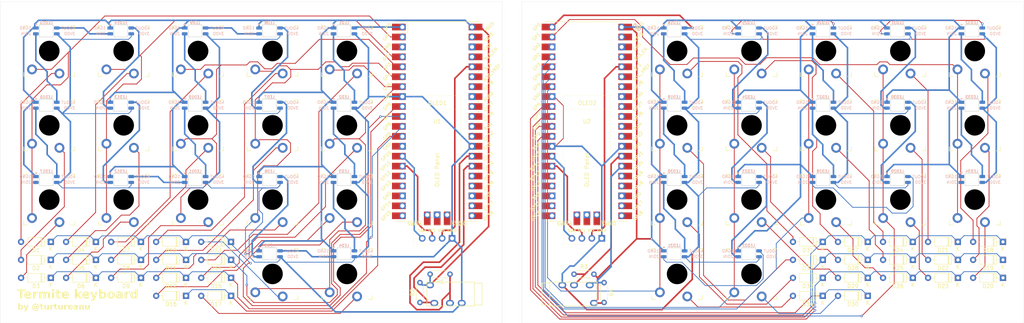
<source format=kicad_pcb>
(kicad_pcb (version 20240108) (generator "pcbnew") (generator_version "8.0")
  (layers (0 "F.Cu" signal) (31 "B.Cu" signal) (34 "B.Paste" user) (35 "F.Paste" user) (36 "B.SilkS" user "B.Silkscreen") (37 "F.SilkS" user "F.Silkscreen") (38 "B.Mask" user) (39 "F.Mask" user) (44 "Edge.Cuts" user))
  (net 0 "")
  (net 1 "ROW_L_1")
  (net 2 "Net-(D1-A)")
  (net 3 "ROW_L_2")
  (net 4 "Net-(D2-A)")
  (net 5 "Net-(D3-A)")
  (net 6 "ROW_L_3")
  (net 7 "Net-(D4-A)")
  (net 8 "Net-(D5-A)")
  (net 9 "Net-(D6-A)")
  (net 10 "Net-(D7-A)")
  (net 11 "Net-(D8-A)")
  (net 12 "Net-(D9-A)")
  (net 13 "Net-(D10-A)")
  (net 14 "Net-(D11-A)")
  (net 15 "Net-(D12-A)")
  (net 16 "Net-(D13-A)")
  (net 17 "Net-(D14-A)")
  (net 18 "Net-(D15-A)")
  (net 19 "Net-(D16-A)")
  (net 20 "ROW_L_4")
  (net 21 "Net-(D17-A)")
  (net 22 "ROW_R_1")
  (net 23 "Net-(D18-A)")
  (net 24 "Net-(D19-A)")
  (net 25 "ROW_R_2")
  (net 26 "ROW_R_3")
  (net 27 "Net-(D20-A)")
  (net 28 "Net-(D21-A)")
  (net 29 "Net-(D22-A)")
  (net 30 "Net-(D23-A)")
  (net 31 "Net-(D24-A)")
  (net 32 "Net-(D25-A)")
  (net 33 "Net-(D26-A)")
  (net 34 "Net-(D27-A)")
  (net 35 "Net-(D28-A)")
  (net 36 "Net-(D29-A)")
  (net 37 "Net-(D30-A)")
  (net 38 "ROW_R_4")
  (net 39 "Net-(D31-A)")
  (net 40 "Net-(D32-A)")
  (net 41 "Net-(D33-A)")
  (net 42 "Net-(D34-A)")
  (net 43 "SCL_L_1")
  (net 44 "VBUS_L")
  (net 45 "GND_L")
  (net 46 "SDA_L_1")
  (net 47 "VBUS_R")
  (net 48 "SDA_R_1")
  (net 49 "SCL_R_1")
  (net 50 "Net-(LED1-DOUT)")
  (net 51 "LED_DIN_L")
  (net 52 "GND_R")
  (net 53 "Net-(LED2-DOUT)")
  (net 54 "Net-(LED3-DOUT)")
  (net 55 "Net-(LED4-DOUT)")
  (net 56 "Net-(LED5-DOUT)")
  (net 57 "Net-(LED6-DOUT)")
  (net 58 "Net-(LED7-DOUT)")
  (net 59 "Net-(LED8-DOUT)")
  (net 60 "Net-(LED10-DIN)")
  (net 61 "Net-(LED10-DOUT)")
  (net 62 "Net-(LED11-DOUT)")
  (net 63 "Net-(LED12-DOUT)")
  (net 64 "Net-(LED13-DOUT)")
  (net 65 "Net-(LED14-DOUT)")
  (net 66 "Net-(LED15-DOUT)")
  (net 67 "Net-(LED16-DOUT)")
  (net 69 "LED_DIN_R")
  (net 70 "Net-(LED18-DOUT)")
  (net 71 "Net-(LED19-DOUT)")
  (net 72 "Net-(LED20-DOUT)")
  (net 73 "Net-(LED21-DOUT)")
  (net 74 "Net-(LED22-DOUT)")
  (net 75 "Net-(LED23-DOUT)")
  (net 76 "Net-(LED24-DOUT)")
  (net 77 "Net-(LED25-DOUT)")
  (net 78 "Net-(LED26-DOUT)")
  (net 79 "Net-(LED27-DOUT)")
  (net 80 "Net-(LED28-DOUT)")
  (net 81 "Net-(LED29-DOUT)")
  (net 82 "Net-(LED30-DOUT)")
  (net 83 "Net-(LED31-DOUT)")
  (net 84 "Net-(LED32-DOUT)")
  (net 85 "Net-(LED33-DOUT)")
  (net 87 "SCL_L_2")
  (net 88 "3V3_L")
  (net 89 "SDA_L_2")
  (net 90 "3V3_R")
  (net 91 "SCL_R_2")
  (net 92 "SDA_R_2")
  (net 93 "COL_L_1")
  (net 94 "COL_L_2")
  (net 95 "COL_L_3")
  (net 96 "COL_L_4")
  (net 97 "COL_L_5")
  (net 98 "COL_R_1")
  (net 99 "COL_R_2")
  (net 100 "COL_R_3")
  (net 101 "COL_R_4")
  (net 138 "COL_R_5")
  (footprint "custom:SW_Gateron_LowProfile_THT" (layer "F.Cu") (at 263.8 65.5)
    (property "Reference" "SW20" (hide yes))
    (property "Value" "SW_Push_45deg" (hide yes))
    (fp_rect (start -2.5 -6.7) (end 1 -3.6) (stroke (width 0.12)) (fill none) (layer "Edge.Cuts"))
  )
  (footprint "custom:D_DO-35_SOD27_P7.62mm_Horizontal" (layer "F.Cu") (at 225 76.3 180)
    (property "Reference" "D31")
    (property "Value" "1N4148")
  )
  (footprint "Resistor_THT:R_Axial_DIN0204_L3.6mm_D1.6mm_P5.08mm_Horizontal" (layer "F.Cu") (at 122.14 91.8 90)
    (property "Reference" "R2")
    (property "Value" "4.7")
  )
  (footprint "custom:D_DO-35_SOD27_P7.62mm_Horizontal" (layer "F.Cu") (at 248 85.5 180)
    (property "Reference" "D26")
    (property "Value" "1N4148")
  )
  (footprint "custom:D_DO-35_SOD27_P7.62mm_Horizontal" (layer "F.Cu") (at 27.92 85.5 180)
    (property "Reference" "D3")
    (property "Value" "1N4148")
  )
  (footprint "custom:SW_Gateron_LowProfile_THT" (layer "F.Cu") (at 103.5 84.5)
    (property "Reference" "SW17" (hide yes))
    (property "Value" "SW_Push_45deg" (hide yes))
    (fp_rect (start -2.5 -6.7) (end 1 -3.6) (stroke (width 0.12)) (fill none) (layer "Edge.Cuts"))
  )
  (footprint "custom:D_DO-35_SOD27_P7.62mm_Horizontal" (layer "F.Cu") (at 271 85.5 180)
    (property "Reference" "D20")
    (property "Value" "1N4148")
  )
  (footprint "custom:D_DO-35_SOD27_P7.62mm_Horizontal" (layer "F.Cu") (at 73.9 76.3 180)
    (property "Reference" "D13")
    (property "Value" "1N4148")
  )
  (footprint "custom:SW_Gateron_LowProfile_THT" (layer "F.Cu") (at 244.8 46.5)
    (property "Reference" "SW22" (hide yes))
    (property "Value" "SW_Push_45deg" (hide yes))
    (fp_rect (start -2.5 -6.7) (end 1 -3.6) (stroke (width 0.12)) (fill none) (layer "Edge.Cuts"))
  )
  (footprint "custom:SW_Gateron_LowProfile_THT" (layer "F.Cu") (at 103.5 27.5)
    (property "Reference" "SW14" (hide yes))
    (property "Value" "SW_Push_45deg" (hide yes))
    (fp_rect (start -2.5 -6.7) (end 1 -3.6) (stroke (width 0.12)) (fill none) (layer "Edge.Cuts"))
  )
  (footprint "custom:SW_Gateron_LowProfile_THT" (layer "F.Cu") (at 27.5 65.5)
    (property "Reference" "SW3" (hide yes))
    (property "Value" "SW_Push_45deg" (hide yes))
    (fp_rect (start -2.5 -6.7) (end 1 -3.6) (stroke (width 0.12)) (fill none) (layer "Edge.Cuts"))
  )
  (footprint "custom:SW_Gateron_LowProfile_THT" (layer "F.Cu") (at 46.5 46.5)
    (property "Reference" "SW5" (hide yes))
    (property "Value" "SW_Push_45deg" (hide yes))
    (fp_rect (start -2.5 -6.7) (end 1 -3.6) (stroke (width 0.12)) (fill none) (layer "Edge.Cuts"))
  )
  (footprint "custom:D_DO-35_SOD27_P7.62mm_Horizontal" (layer "F.Cu") (at 236.495 76.3 180)
    (property "Reference" "D27")
    (property "Value" "1N4148")
  )
  (footprint "custom:D_DO-35_SOD27_P7.62mm_Horizontal" (layer "F.Cu") (at 259.5 80.9 180)
    (property "Reference" "D22")
    (property "Value" "1N4148")
  )
  (footprint "custom:SW_Gateron_LowProfile_THT" (layer "F.Cu") (at 225.8 27.5)
    (property "Reference" "SW24" (hide yes))
    (property "Value" "SW_Push_45deg" (hide yes))
    (fp_rect (start -2.5 -6.7) (end 1 -3.6) (stroke (width 0.12)) (fill none) (layer "Edge.Cuts"))
  )
  (footprint "custom:D_DO-35_SOD27_P7.62mm_Horizontal" (layer "F.Cu") (at 225 85.5 180)
    (property "Reference" "D33")
    (property "Value" "1N4148")
  )
  (footprint "custom:SW_Gateron_LowProfile_THT" (layer "F.Cu") (at 46.5 27.5)
    (property "Reference" "SW4" (hide yes))
    (property "Value" "SW_Push_45deg" (hide yes))
    (fp_rect (start -2.5 -6.7) (end 1 -3.6) (stroke (width 0.12)) (fill none) (layer "Edge.Cuts"))
  )
  (footprint "custom:D_DO-35_SOD27_P7.62mm_Horizontal" (layer "F.Cu") (at 50.91 76.3 180)
    (property "Reference" "D7")
    (property "Value" "1N4148")
  )
  (footprint "custom:D_DO-35_SOD27_P7.62mm_Horizontal" (layer "F.Cu") (at 259.5 85.5 180)
    (property "Reference" "D23")
    (property "Value" "1N4148")
  )
  (footprint "custom:D_DO-35_SOD27_P7.62mm_Horizontal" (layer "F.Cu") (at 50.92 80.9 180)
    (property "Reference" "D8")
    (property "Value" "1N4148")
  )
  (footprint "custom:SW_Gateron_LowProfile_THT" (layer "F.Cu") (at 244.8 27.5)
    (property "Reference" "SW21" (hide yes))
    (property "Value" "SW_Push_45deg" (hide yes))
    (fp_rect (start -2.5 -6.7) (end 1 -3.6) (stroke (width 0.12)) (fill none) (layer "Edge.Cuts"))
  )
  (footprint "custom:SW_Gateron_LowProfile_THT" (layer "F.Cu") (at 84.5 46.5)
    (property "Reference" "SW11" (hide yes))
    (property "Value" "SW_Push_45deg" (hide yes))
    (fp_rect (start -2.5 -6.7) (end 1 -3.6) (stroke (width 0.12)) (fill none) (layer "Edge.Cuts"))
  )
  (footprint "custom:SW_Gateron_LowProfile_THT" (layer "F.Cu") (at 187.8 27.5)
    (property "Reference" "SW31" (hide yes))
    (property "Value" "SW_Push_45deg" (hide yes))
    (fp_rect (start -2.5 -6.7) (end 1 -3.6) (stroke (width 0.12)) (fill none) (layer "Edge.Cuts"))
  )
  (footprint "MCU_RaspberryPi_and_Boards:RPi_Pico_SMD_TH" (layer "F.Cu") (at 164.755 45.5)
    (property "Reference" "U2")
    (property "Value" "Pico")
  )
  (footprint "Resistor_THT:R_Axial_DIN0204_L3.6mm_D1.6mm_P5.08mm_Horizontal" (layer "F.Cu") (at 129.82 84.56 180)
    (property "Reference" "R1")
    (property "Value" "4.7")
  )
  (footprint "custom:SW_Gateron_LowProfile_THT" (layer "F.Cu") (at 84.5 27.5)
    (property "Reference" "SW10" (hide yes))
    (property "Value" "SW_Push_45deg" (hide yes))
    (fp_rect (start -2.5 -6.7) (end 1 -3.6) (stroke (width 0.12)) (fill none) (layer "Edge.Cuts"))
  )
  (footprint "custom:TRRS-PJ-320A" (layer "F.Cu") (at 155.29 89.65 90)
    (property "Reference" "J2")
    (property "Value" "AudioJack4" (hide yes))
  )
  (footprint "custom:D_DO-35_SOD27_P7.62mm_Horizontal" (layer "F.Cu") (at 248 80.9 180)
    (property "Reference" "D25")
    (property "Value" "1N4148")
  )
  (footprint "custom:D_DO-35_SOD27_P7.62mm_Horizontal" (layer "F.Cu") (at 62.405 76.3 180)
    (property "Reference" "D10")
    (property "Value" "1N4148")
  )
  (footprint "custom:SW_Gateron_LowProfile_THT" (layer "F.Cu") (at 27.5 46.5)
    (property "Reference" "SW2" (hide yes))
    (property "Value" "SW_Push_45deg" (hide yes))
    (fp_rect (start -2.5 -6.7) (end 1 -3.6) (stroke (width 0.12)) (fill none) (layer "Edge.Cuts"))
  )
  (footprint "custom:SW_Gateron_LowProfile_THT" (layer "F.Cu") (at 84.5 84.5)
    (property "Reference" "SW13" (hide yes))
    (property "Value" "SW_Push_45deg" (hide yes))
    (fp_rect (start -2.5 -6.7) (end 1 -3.6) (stroke (width 0.12)) (fill none) (layer "Edge.Cuts"))
  )
  (footprint "custom:SW_Gateron_LowProfile_THT" (layer "F.Cu") (at 187.8 65.5)
    (property "Reference" "SW33" (hide yes))
    (property "Value" "SW_Push_45deg" (hide yes))
    (fp_rect (start -2.5 -6.7) (end 1 -3.6) (stroke (width 0.12)) (fill none) (layer "Edge.Cuts"))
  )
  (footprint "custom:D_DO-35_SOD27_P7.62mm_Horizontal" (layer "F.Cu") (at 271 80.9 180)
    (property "Reference" "D19")
    (property "Value" "1N4148")
  )
  (footprint "custom:D_DO-35_SOD27_P7.62mm_Horizontal" (layer "F.Cu") (at 236.5 90.1 180)
    (property "Reference" "D30")
    (property "Value" "1N4148")
  )
  (footprint "custom:SW_Gateron_LowProfile_THT" (layer "F.Cu") (at 65.5 65.5)
    (property "Reference" "SW9" (hide yes))
    (property "Value" "SW_Push_45deg" (hide yes))
    (fp_rect (start -2.5 -6.7) (end 1 -3.6) (stroke (width 0.12)) (fill none) (layer "Edge.Cuts"))
  )
  (footprint "custom:SW_Gateron_LowProfile_THT" (layer "F.Cu") (at 244.8 65.5)
    (property "Reference" "SW23" (hide yes))
    (property "Value" "SW_Push_45deg" (hide yes))
    (fp_rect (start -2.5 -6.7) (end 1 -3.6) (stroke (width 0.12)) (fill none) (layer "Edge.Cuts"))
  )
  (footprint "custom:SW_Gateron_LowProfile_THT" (layer "F.Cu") (at 46.5 65.5)
    (property "Reference" "SW6" (hide yes))
    (property "Value" "SW_Push_45deg" (hide yes))
    (fp_rect (start -2.5 -6.7) (end 1 -3.6) (stroke (width 0.12)) (fill none) (layer "Edge.Cuts"))
  )
  (footprint "custom:D_DO-35_SOD27_P7.62mm_Horizontal" (layer "F.Cu") (at 39.42 85.5 180)
    (property "Reference" "D6")
    (property "Value" "1N4148")
  )
  (footprint "custom:D_DO-35_SOD27_P7.62mm_Horizontal" (layer "F.Cu") (at 27.92 76.3 180)
    (property "Reference" "D1")
    (property "Value" "1N4148")
  )
  (footprint "custom:D_DO-35_SOD27_P7.62mm_Horizontal" (layer "F.Cu") (at 271 76.3 180)
    (property "Reference" "D18")
    (property "Value" "1N4148")
  )
  (footprint "custom:SW_Gateron_LowProfile_THT" (layer "F.Cu") (at 103.5 46.5)
    (property "Reference" "SW15" (hide yes))
    (property "Value" "SW_Push_45deg" (hide yes))
    (fp_rect (start -2.5 -6.7) (end 1 -3.6) (stroke (width 0.12)) (fill none) (layer "Edge.Cuts"))
  )
  (footprint "MCU_RaspberryPi_and_Boards:RPi_Pico_SMD_TH" (layer "F.Cu") (at 126.545 45.5)
    (property "Reference" "U1")
    (property "Value" "Pico")
  )
  (footprint "custom:D_DO-35_SOD27_P7.62mm_Horizontal" (layer "F.Cu") (at 50.92 85.5 180)
    (property "Reference" "D9")
    (property "Value" "1N4148")
  )
  (footprint "custom:D_DO-35_SOD27_P7.62mm_Horizontal" (layer "F.Cu") (at 236.5 80.9 180)
    (property "Reference" "D28")
    (property "Value" "1N4148")
  )
  (footprint "custom:D_DO-35_SOD27_P7.62mm_Horizontal" (layer "F.Cu") (at 27.92 80.9 180)
    (property "Reference" "D2")
    (property "Value" "1N4148")
  )
  (footprint "custom:SW_Gateron_LowProfile_THT" (layer "F.Cu") (at 263.8 46.5)
    (property "Reference" "SW19" (hide yes))
    (property "Value" "SW_Push_45deg" (hide yes))
    (fp_rect (start -2.5 -6.7) (end 1 -3.6) (stroke (width 0.12)) (fill none) (layer "Edge.Cuts"))
  )
  (footprint "custom:D_DO-35_SOD27_P7.62mm_Horizontal" (layer "F.Cu") (at 225 80.9 180)
    (property "Reference" "D32")
    (property "Value" "1N4148")
  )
  (footprint "custom:TRRS-PJ-320A" (layer "F.Cu") (at 136.01 89.65 -90)
    (property "Reference" "J1")
    (property "Value" "AudioJack4" (hide yes))
  )
  (footprint "custom:SW_Gateron_LowProfile_THT" (layer "F.Cu") (at 65.5 27.5)
    (property "Reference" "SW7" (hide yes))
    (property "Value" "SW_Push_45deg" (hide yes))
    (fp_rect (start -2.5 -6.7) (end 1 -3.6) (stroke (width 0.12)) (fill none) (layer "Edge.Cuts"))
  )
  (footprint "Resistor_THT:R_Axial_DIN0204_L3.6mm_D1.6mm_P5.08mm_Horizontal" (layer "F.Cu") (at 161.48 84.56)
    (property "Reference" "R3")
    (property "Value" "4.7")
  )
  (footprint "custom:SW_Gateron_LowProfile_THT" (layer "F.Cu") (at 206.8 84.5)
    (property "Reference" "SW30" (hide yes))
    (property "Value" "SW_Push_45deg" (hide yes))
    (fp_rect (start -2.5 -6.7) (end 1 -3.6) (stroke (width 0.12)) (fill none) (layer "Edge.Cuts"))
  )
  (footprint "custom:D_DO-35_SOD27_P7.62mm_Horizontal" (layer "F.Cu") (at 236.5 85.5 180)
    (property "Reference" "D29")
    (property "Value" "1N4148")
  )
  (footprint "custom:SW_Gateron_LowProfile_THT" (layer "F.Cu") (at 103.5 65.5)
    (property "Reference" "SW16" (hide yes))
    (property "Value" "SW_Push_45deg" (hide yes))
    (fp_rect (start -2.5 -6.7) (end 1 -3.6) (stroke (width 0.12)) (fill none) (layer "Edge.Cuts"))
  )
  (footprint "custom:D_DO-35_SOD27_P7.62mm_Horizontal" (layer "F.Cu") (at 62.42 80.9 180)
    (property "Reference" "D11")
    (property "Value" "1N4148")
  )
  (footprint "custom:D_DO-35_SOD27_P7.62mm_Horizontal" (layer "F.Cu") (at 73.92 85.5 180)
    (property "Reference" "D15")
    (property "Value" "1N4148")
  )
  (footprint "custom:SW_Gateron_LowProfile_THT" (layer "F.Cu") (at 263.8 27.5)
    (property "Reference" "SW18" (hide yes))
    (property "Value" "SW_Push_45deg" (hide yes))
    (fp_rect (start -2.5 -6.7) (end 1 -3.6) (stroke (width 0.12)) (fill none) (layer "Edge.Cuts"))
  )
  (footprint "custom:D_DO-35_SOD27_P7.62mm_Horizontal" (layer "F.Cu") (at 62.42 85.5 180)
    (property "Reference" "D12")
    (property "Value" "1N4148")
  )
  (footprint "custom:D_DO-35_SOD27_P7.62mm_Horizontal" (layer "F.Cu") (at 259.485 76.3 180)
    (property "Reference" "D21")
    (property "Value" "1N4148")
  )
  (footprint "custom:SW_Gateron_LowProfile_THT" (layer "F.Cu") (at 206.8 27.5)
    (property "Reference" "SW27" (hide yes))
    (property "Value" "SW_Push_45deg" (hide yes))
    (fp_rect (start -2.5 -6.7) (end 1 -3.6) (stroke (width 0.12)) (fill none) (layer "Edge.Cuts"))
  )
  (footprint "custom:SSD1306-0.91-OLED-4pin-128x32" (layer "F.Cu") (at 170.76 38.9 -90)
    (property "Reference" "OLED2")
    (property "Value" "SSD1306-0.91-OLED-4pin-128x32")
  )
  (footprint "custom:SW_Gateron_LowProfile_THT" (layer "F.Cu") (at 65.5 46.5)
    (property "Reference" "SW8" (hide yes))
    (property "Value" "SW_Push_45deg" (hide yes))
    (fp_rect (start -2.5 -6.7) (end 1 -3.6) (stroke (width 0.12)) (fill none) (layer "Edge.Cuts"))
  )
  (footprint "custom:SW_Gateron_LowProfile_THT" (layer "F.Cu") (at 225.8 46.5)
    (property "Reference" "SW25" (hide yes))
    (property "Value" "SW_Push_45deg" (hide yes))
    (fp_rect (start -2.5 -6.7) (end 1 -3.6) (stroke (width 0.12)) (fill none) (layer "Edge.Cuts"))
  )
  (footprint "custom:D_DO-35_SOD27_P7.62mm_Horizontal" (layer "F.Cu") (at 225 90.1 180)
    (property "Reference" "D34")
    (property "Value" "1N4148")
  )
  (footprint "custom:SSD1306-0.91-OLED-4pin-128x32" (layer "F.Cu") (at 132.54 38.9 -90)
    (property "Reference" "OLED1")
    (property "Value" "SSD1306-0.91-OLED-4pin-128x32")
  )
  (footprint "custom:SW_Gateron_LowProfile_THT" (layer "F.Cu") (at 225.8 65.5)
    (property "Reference" "SW26" (hide yes))
    (property "Value" "SW_Push_45deg" (hide yes))
    (fp_rect (start -2.5 -6.7) (end 1 -3.6) (stroke (width 0.12)) (fill none) (layer "Edge.Cuts"))
  )
  (footprint "custom:SW_Gateron_LowProfile_THT" (layer "F.Cu") (at 84.5 65.5)
    (property "Reference" "SW12" (hide yes))
    (property "Value" "SW_Push_45deg" (hide yes))
    (fp_rect (start -2.5 -6.7) (end 1 -3.6) (stroke (width 0.12)) (fill none) (layer "Edge.Cuts"))
  )
  (footprint "custom:D_DO-35_SOD27_P7.62mm_Horizontal" (layer "F.Cu") (at 62.42 90.1 180)
    (property "Reference" "D16")
    (property "Value" "1N4148")
  )
  (footprint "custom:SW_Gateron_LowProfile_THT" (layer "F.Cu") (at 187.8 46.5)
    (property "Reference" "SW32" (hide yes))
    (property "Value" "SW_Push_45deg" (hide yes))
    (fp_rect (start -2.5 -6.7) (end 1 -3.6) (stroke (width 0.12)) (fill none) (layer "Edge.Cuts"))
  )
  (footprint "custom:D_DO-35_SOD27_P7.62mm_Horizontal" (layer "F.Cu") (at 39.42 80.9 180)
    (property "Reference" "D5")
    (property "Value" "1N4148")
  )
  (footprint "custom:D_DO-35_SOD27_P7.62mm_Horizontal" (layer "F.Cu") (at 73.92 80.9 180)
    (property "Reference" "D14")
    (property "Value" "1N4148")
  )
  (footprint "Resistor_THT:R_Axial_DIN0204_L3.6mm_D1.6mm_P5.08mm_Horizontal" (layer "F.Cu") (at 169.16 86.72 -90)
    (property "Reference" "R4")
    (property "Value" "4.7")
  )
  (footprint "custom:D_DO-35_SOD27_P7.62mm_Horizontal" (layer "F.Cu") (at 247.99 76.3 180)
    (property "Reference" "D24")
    (property "Value" "1N4148")
  )
  (footprint "custom:SW_Gateron_LowProfile_THT" (layer "F.Cu") (at 206.8 65.5)
    (property "Reference" "SW29" (hide yes))
    (property "Value" "SW_Push_45deg" (hide yes))
    (fp_rect (start -2.5 -6.7) (end 1 -3.6) (stroke (width 0.12)) (fill none) (layer "Edge.Cuts"))
  )
  (footprint "custom:D_DO-35_SOD27_P7.62mm_Horizontal" (layer "F.Cu") (at 39.415 76.3 180)
    (property "Reference" "D4")
    (property "Value" "1N4148")
  )
  (footprint "custom:D_DO-35_SOD27_P7.62mm_Horizontal" (layer "F.Cu") (at 73.92 90.1 180)
    (property "Reference" "D17")
    (property "Value" "1N4148")
  )
  (footprint "custom:SW_Gateron_LowProfile_THT" (layer "F.Cu") (at 206.8 46.5)
    (property "Reference" "SW28" (hide yes))
    (property "Value" "SW_Push_45deg" (hide yes))
    (fp_rect (start -2.5 -6.7) (end 1 -3.6) (stroke (width 0.12)) (fill none) (layer "Edge.Cuts"))
  )
  (footprint "custom:SW_Gateron_LowProfile_THT" (layer "F.Cu") (at 187.8 84.5)
    (property "Reference" "SW34" (hide yes))
    (property "Value" "SW_Push_45deg" (hide yes))
    (fp_rect (start -2.5 -6.7) (end 1 -3.6) (stroke (width 0.12)) (fill none) (layer "Edge.Cuts"))
  )
  (footprint "custom:SW_Gateron_LowProfile_THT" (layer "F.Cu") (at 27.5 27.5)
    (property "Reference" "SW1" (hide yes))
    (property "Value" "SW_Push_45deg" (hide yes))
    (fp_rect (start -2.5 -6.7) (end 1 -3.6) (stroke (width 0.12)) (fill none) (layer "Edge.Cuts"))
  )
  (footprint "Keebio-Parts:SK6812-MINI-E" (layer "B.Cu") (at 244.05 60.35 180)
    (property "Reference" "LED29")
    (property "Value" "~" (hide yes))
  )
  (footprint "Keebio-Parts:SK6812-MINI-E" (layer "B.Cu") (at 206.05 60.35 180)
    (property "Reference" "LED23")
    (property "Value" "~" (hide yes))
  )
  (footprint "custom:SK6812-MINI-E" (layer "B.Cu") (at 64.75 41.355 180)
    (property "Reference" "LED10")
    (property "Value" "~" (hide yes))
  )
  (footprint "Keebio-Parts:SK6812-MINI-E" (layer "B.Cu") (at 206.05 22.35 180)
    (property "Reference" "LED25")
    (property "Value" "~" (hide yes))
  )
  (footprint "custom:SK6812-MINI-E" (layer "B.Cu") (at 45.755 22.35 180)
    (property "Reference" "LED14")
    (property "Value" "~" (hide yes))
  )
  (footprint "custom:SK6812-MINI-E" (layer "B.Cu") (at 64.75 22.35 180)
    (property "Reference" "LED9")
    (property "Value" "~" (hide yes))
  )
  (footprint "Keebio-Parts:SK6812-MINI-E" (layer "B.Cu") (at 187.05 41.35 180)
    (property "Reference" "LED19")
    (property "Value" "~" (hide yes))
  )
  (footprint "custom:SK6812-MINI-E" (layer "B.Cu") (at 45.75 60.35 180)
    (property "Reference" "LED12")
    (property "Value" "~" (hide yes))
  )
  (footprint "custom:SK6812-MINI-E" (layer "B.Cu") (at 83.75 22.35 180)
    (property "Reference" "LED8")
    (property "Value" "~" (hide yes))
  )
  (footprint "Keebio-Parts:SK6812-MINI-E" (layer "B.Cu") (at 187.05 22.35 180)
    (property "Reference" "LED18")
    (property "Value" "~" (hide yes))
  )
  (footprint "custom:SK6812-MINI-E" (layer "B.Cu") (at 64.755 60.35 180)
    (property "Reference" "LED11")
    (property "Value" "~" (hide yes))
  )
  (footprint "Keebio-Parts:SK6812-MINI-E" (layer "B.Cu") (at 263.05 60.345 180)
    (property "Reference" "LED34")
    (property "Value" "~" (hide yes))
  )
  (footprint "Keebio-Parts:SK6812-MINI-E" (layer "B.Cu") (at 244.05 41.35 180)
    (property "Reference" "LED30")
    (property "Value" "~" (hide yes))
  )
  (footprint "custom:SK6812-MINI-E" (layer "B.Cu") (at 83.755 79.35 180)
    (property "Reference" "LED5")
    (property "Value" "~" (hide yes))
  )
  (footprint "Keebio-Parts:SK6812-MINI-E" (layer "B.Cu") (at 206.05 41.35 180)
    (property "Reference" "LED24")
    (property "Value" "~" (hide yes))
  )
  (footprint "custom:SK6812-MINI-E" (layer "B.Cu") (at 102.75 41.35 180)
    (property "Reference" "LED2")
    (property "Value" "~" (hide yes))
  )
  (footprint "custom:SK6812-MINI-E" (layer "B.Cu") (at 83.755 60.35 180)
    (property "Reference" "LED6")
    (property "Value" "~" (hide yes))
  )
  (footprint "Keebio-Parts:SK6812-MINI-E" (layer "B.Cu") (at 225.05 22.35 180)
    (property "Reference" "LED26")
    (property "Value" "~" (hide yes))
  )
  (footprint "custom:SK6812-MINI-E" (layer "B.Cu") (at 102.75 79.345 180)
    (property "Reference" "LED4")
    (property "Value" "~" (hide yes))
  )
  (footprint "custom:SK6812-MINI-E" (layer "B.Cu") (at 26.75 41.35 180)
    (property "Reference" "LED16")
    (property "Value" "~" (hide yes))
  )
  (footprint "Keebio-Parts:SK6812-MINI-E" (layer "B.Cu") (at 187.055 79.35 180)
    (property "Reference" "LED21")
    (property "Value" "~" (hide yes))
  )
  (footprint "custom:SK6812-MINI-E" (layer "B.Cu") (at 102.755 60.35 180)
    (property "Reference" "LED3")
    (property "Value" "~" (hide yes))
  )
  (footprint "custom:SK6812-MINI-E" (layer "B.Cu") (at 83.745 41.35 180)
    (property "Reference" "LED7")
    (property "Value" "~" (hide yes))
  )
  (footprint "Keebio-Parts:SK6812-MINI-E" (layer "B.Cu") (at 187.05 60.35 180)
    (property "Reference" "LED20")
    (property "Value" "~" (hide yes))
  )
  (footprint "custom:SK6812-MINI-E" (layer "B.Cu") (at 26.755 60.35 180)
    (property "Reference" "LED17")
    (property "Value" "~" (hide yes))
  )
  (footprint "Keebio-Parts:SK6812-MINI-E" (layer "B.Cu") (at 206.05 79.355 180)
    (property "Reference" "LED22")
    (property "Value" "~" (hide yes))
  )
  (footprint "custom:SK6812-MINI-E" (layer "B.Cu") (at 102.75 22.35 180)
    (property "Reference" "LED1")
    (property "Value" "~" (hide yes))
  )
  (footprint "Keebio-Parts:SK6812-MINI-E" (layer "B.Cu") (at 225.055 41.35 180)
    (property "Reference" "LED27")
    (property "Value" "~" (hide yes))
  )
  (footprint "Keebio-Parts:SK6812-MINI-E" (layer "B.Cu") (at 225.05 60.35 180)
    (property "Reference" "LED28")
    (property "Value" "~" (hide yes))
  )
  (footprint "custom:SK6812-MINI-E" (layer "B.Cu") (at 26.755 22.35 180)
    (property "Reference" "LED15")
    (property "Value" "~" (hide yes))
  )
  (footprint "Keebio-Parts:SK6812-MINI-E" (layer "B.Cu") (at 263.05 22.35 180)
    (property "Reference" "LED32")
    (property "Value" "~" (hide yes))
  )
  (footprint "custom:SK6812-MINI-E" (layer "B.Cu") (at 45.745 41.35 180)
    (property "Reference" "LED13")
    (property "Value" "~" (hide yes))
  )
  (footprint "Keebio-Parts:SK6812-MINI-E" (layer "B.Cu") (at 244.05 22.35 180)
    (property "Reference" "LED31")
    (property "Value" "~" (hide yes))
  )
  (footprint "Keebio-Parts:SK6812-MINI-E" (layer "B.Cu") (at 263.05 41.35 180)
    (property "Reference" "LED33")
    (property "Value" "~" (hide yes))
  )
  (gr_line (start 14.95 97.05) (end 14.95 14.95) (stroke (width 0.05)) (layer "Edge.Cuts"))
  (gr_line (start 276.35 14.95) (end 276.35 97.05) (stroke (width 0.05)) (layer "Edge.Cuts"))
  (gr_line (start 143.15 14.95) (end 143.15 97.05) (stroke (width 0.05)) (layer "Edge.Cuts"))
  (gr_line (start 276.35 97.05) (end 148.15 97.05) (stroke (width 0.05)) (layer "Edge.Cuts"))
  (gr_line (start 14.95 14.95) (end 143.15 14.95) (stroke (width 0.05)) (layer "Edge.Cuts"))
  (gr_line (start 143.15 97.05) (end 14.95 97.05) (stroke (width 0.05)) (layer "Edge.Cuts"))
  (gr_line (start 148.15 97.05) (end 148.15 14.95) (stroke (width 0.05)) (layer "Edge.Cuts"))
  (gr_line (start 148.15 14.95) (end 276.35 14.95) (stroke (width 0.05)) (layer "Edge.Cuts"))
  (gr_text "GP0" (at 177.555 21.37 135) (layer "B.SilkS") (effects (font (size 0.8 0.8)) (justify mirror)))
  (gr_text "Termite keyboard" (at 19.25 91.144578 0) (layer "F.SilkS") (effects (font (size 2.25 2.25) (thickness 0.3) (bold yes)) (justify left bottom)))
  (gr_text "by @turtureanu" (at 19.4 93.85 0) (layer "F.SilkS") (effects (font (size 1.5 1.5) (thickness 0.3) (bold yes)) (justify left bottom)))
  (segment (start 99.15 92.6) (end 101.8 89.95) (width 0.2) (layer "F.Cu") (net 1))
  (segment (start 116.095 41.69) (end 117.655 41.69) (width 0.2) (layer "F.Cu") (net 1))
  (segment (start 79.35 92.6) (end 99.15 92.6) (width 0.2) (layer "F.Cu") (net 1))
  (segment (start 106.9 75.1) (end 109.6 72.4) (width 0.2) (layer "F.Cu") (net 1))
  (segment (start 78.9 81.75) (end 78.35 81.75) (width 0.2) (layer "F.Cu") (net 1))
  (segment (start 78.35 81.75) (end 77.04 83.06) (width 0.2) (layer "F.Cu") (net 1))
  (segment (start 101.8 88.05) (end 100.1 86.35) (width 0.2) (layer "F.Cu") (net 1))
  (segment (start 101.8 89.95) (end 101.8 88.05) (width 0.2) (layer "F.Cu") (net 1))
  (segment (start 77.04 83.06) (end 77.04 90.29) (width 0.2) (layer "F.Cu") (net 1))
  (segment (start 77.04 90.29) (end 79.35 92.6) (width 0.2) (layer "F.Cu") (net 1))
  (segment (start 101.96 75.1) (end 106.9 75.1) (width 0.2) (layer "F.Cu") (net 1))
  (segment (start 100.1 76.96) (end 101.96 75.1) (width 0.2) (layer "F.Cu") (net 1))
  (segment (start 109.6 72.4) (end 109.6 48.185) (width 0.2) (layer "F.Cu") (net 1))
  (segment (start 109.6 48.185) (end 116.095 41.69) (width 0.2) (layer "F.Cu") (net 1))
  (segment (start 100.1 86.35) (end 100.1 76.96) (width 0.2) (layer "F.Cu") (net 1))
  (via (at 78.9 81.75) (size 0.6) (drill 0.3) (layers "F.Cu" "B.Cu") (net 1))
  (segment (start 72.33 74.73) (end 73.9 76.3) (width 0.2) (layer "B.Cu") (net 1))
  (segment (start 29.49 74.73) (end 37.845 74.73) (width 0.2) (layer "B.Cu") (net 1))
  (segment (start 78.9 81.75) (end 78.85 81.75) (width 0.2) (layer "B.Cu") (net 1))
  (segment (start 60.835 74.73) (end 62.405 76.3) (width 0.2) (layer "B.Cu") (net 1))
  (segment (start 50.91 76.3) (end 52.48 74.73) (width 0.2) (layer "B.Cu") (net 1))
  (segment (start 39.415 76.3) (end 40.955 74.76) (width 0.2) (layer "B.Cu") (net 1))
  (segment (start 27.92 76.3) (end 29.49 74.73) (width 0.2) (layer "B.Cu") (net 1))
  (segment (start 73.9 76.8) (end 73.9 76.3) (width 0.2) (layer "B.Cu") (net 1))
  (segment (start 49.37 74.76) (end 50.91 76.3) (width 0.2) (layer "B.Cu") (net 1))
  (segment (start 62.405 76.3) (end 63.975 74.73) (width 0.2) (layer "B.Cu") (net 1))
  (segment (start 40.955 74.76) (end 49.37 74.76) (width 0.2) (layer "B.Cu") (net 1))
  (segment (start 37.845 74.73) (end 39.415 76.3) (width 0.2) (layer "B.Cu") (net 1))
  (segment (start 78.85 81.75) (end 73.9 76.8) (width 0.2) (layer "B.Cu") (net 1))
  (segment (start 63.975 74.73) (end 72.33 74.73) (width 0.2) (layer "B.Cu") (net 1))
  (segment (start 52.48 74.73) (end 60.835 74.73) (width 0.2) (layer "B.Cu") (net 1))
  (segment (start 20.3 41.03) (end 28.08 33.25) (width 0.2) (layer "F.Cu") (net 2))
  (segment (start 20.3 76.3) (end 20.3 41.03) (width 0.2) (layer "F.Cu") (net 2))
  (segment (start 28.08 33.25) (end 30.1 33.25) (width 0.2) (layer "F.Cu") (net 2))
  (segment (start 77.95 90.05) (end 79.7 91.8) (width 0.2) (layer "F.Cu") (net 3))
  (segment (start 101.79 74.4) (end 106.75 74.4) (width 0.2) (layer "F.Cu") (net 3))
  (segment (start 101.05 89.85) (end 101.05 88.45) (width 0.2) (layer "F.Cu") (net 3))
  (segment (start 77.95 87.3) (end 77.95 90.05) (width 0.2) (layer "F.Cu") (net 3))
  (segment (start 99.1 91.8) (end 101.05 89.85) (width 0.2) (layer "F.Cu") (net 3))
  (segment (start 79.7 91.8) (end 99.1 91.8) (width 0.2) (layer "F.Cu") (net 3))
  (segment (start 108.9 72.25) (end 108.9 47.4) (width 0.2) (layer "F.Cu") (net 3))
  (segment (start 99.6 87) (end 99.6 76.59) (width 0.2) (layer "F.Cu") (net 3))
  (segment (start 101.05 88.45) (end 99.6 87) (width 0.2) (layer "F.Cu") (net 3))
  (segment (start 106.75 74.4) (end 108.9 72.25) (width 0.2) (layer "F.Cu") (net 3))
  (segment (start 99.6 76.59) (end 101.79 74.4) (width 0.2) (layer "F.Cu") (net 3))
  (segment (start 108.9 47.4) (end 112.025 44.275) (width 0.2) (layer "F.Cu") (net 3))
  (via (at 112.025 44.275) (size 0.6) (drill 0.3) (layers "F.Cu" "B.Cu") (net 3))
  (via (at 77.95 87.3) (size 0.6) (drill 0.3) (layers "F.Cu" "B.Cu") (net 3))
  (segment (start 27.92 80.9) (end 29.49 79.33) (width 0.2) (layer "B.Cu") (net 3))
  (segment (start 37.85 79.33) (end 39.42 80.9) (width 0.2) (layer "B.Cu") (net 3))
  (segment (start 77.95 84.93) (end 73.92 80.9) (width 0.2) (layer "B.Cu") (net 3))
  (segment (start 29.49 79.33) (end 37.85 79.33) (width 0.2) (layer "B.Cu") (net 3))
  (segment (start 72.33 79.31) (end 73.92 80.9) (width 0.2) (layer "B.Cu") (net 3))
  (segment (start 112.07 44.23) (end 117.655 44.23) (width 0.2) (layer "B.Cu") (net 3))
  (segment (start 49.35 79.33) (end 50.92 80.9) (width 0.2) (layer "B.Cu") (net 3))
  (segment (start 62.42 80.9) (end 64.01 79.31) (width 0.2) (layer "B.Cu") (net 3))
  (segment (start 50.92 80.9) (end 52.51 79.31) (width 0.2) (layer "B.Cu") (net 3))
  (segment (start 64.01 79.31) (end 72.33 79.31) (width 0.2) (layer "B.Cu") (net 3))
  (segment (start 60.83 79.31) (end 62.42 80.9) (width 0.2) (layer "B.Cu") (net 3))
  (segment (start 77.95 87.3) (end 77.95 84.93) (width 0.2) (layer "B.Cu") (net 3))
  (segment (start 40.99 79.33) (end 49.35 79.33) (width 0.2) (layer "B.Cu") (net 3))
  (segment (start 52.51 79.31) (end 60.83 79.31) (width 0.2) (layer "B.Cu") (net 3))
  (segment (start 112.025 44.275) (end 112.07 44.23) (width 0.2) (layer "B.Cu") (net 3))
  (segment (start 39.42 80.9) (end 40.99 79.33) (width 0.2) (layer "B.Cu") (net 3))
  (segment (start 20.3 78.35) (end 31.349999 67.300001) (width 0.2) (layer "F.Cu") (net 4))
  (segment (start 31.349999 53.499999) (end 30.1 52.25) (width 0.2) (layer "F.Cu") (net 4))
  (segment (start 20.3 80.9) (end 20.3 78.35) (width 0.2) (layer "F.Cu") (net 4))
  (segment (start 31.349999 67.300001) (end 31.349999 53.499999) (width 0.2) (layer "F.Cu") (net 4))
  (segment (start 21.72 79.63) (end 30.1 71.25) (width 0.2) (layer "F.Cu") (net 5))
  (segment (start 21.72 84.08) (end 21.72 79.63) (width 0.2) (layer "F.Cu") (net 5))
  (segment (start 20.3 85.5) (end 21.72 84.08) (width 0.2) (layer "F.Cu") (net 5))
  (segment (start 75.6 90.45) (end 78.55 93.4) (width 0.2) (layer "F.Cu") (net 6))
  (segment (start 108.5 76.3) (end 109.7 75.1) (width 0.2) (layer "F.Cu") (net 6))
  (segment (start 108.5 84.25) (end 108.5 76.3) (width 0.2) (layer "F.Cu") (net 6))
  (segment (start 99.35 93.4) (end 108.5 84.25) (width 0.2) (layer "F.Cu") (net 6))
  (segment (start 73.92 85.5) (end 75.6 87.18) (width 0.2) (layer "F.Cu") (net 6))
  (segment (start 78.55 93.4) (end 99.35 93.4) (width 0.2) (layer "F.Cu") (net 6))
  (segment (start 75.6 87.18) (end 75.6 90.45) (width 0.2) (layer "F.Cu") (net 6))
  (via (at 109.7 75.1) (size 0.6) (drill 0.3) (layers "F.Cu" "B.Cu") (net 6))
  (segment (start 50.92 85.5) (end 52.49 83.93) (width 0.2) (layer "B.Cu") (net 6))
  (segment (start 49.36 83.94) (end 50.92 85.5) (width 0.2) (layer "B.Cu") (net 6))
  (segment (start 27.92 85.5) (end 29.49 83.93) (width 0.2) (layer "B.Cu") (net 6))
  (segment (start 62.42 85.5) (end 63.98 83.94) (width 0.2) (layer "B.Cu") (net 6))
  (segment (start 72.36 83.94) (end 73.92 85.5) (width 0.2) (layer "B.Cu") (net 6))
  (segment (start 29.49 83.93) (end 37.85 83.93) (width 0.2) (layer "B.Cu") (net 6))
  (segment (start 37.85 83.93) (end 39.42 85.5) (width 0.2) (layer "B.Cu") (net 6))
  (segment (start 109.7 75.1) (end 109.99 74.81) (width 0.2) (layer "B.Cu") (net 6))
  (segment (start 60.85 83.93) (end 62.42 85.5) (width 0.2) (layer "B.Cu") (net 6))
  (segment (start 52.49 83.93) (end 60.85 83.93) (width 0.2) (layer "B.Cu") (net 6))
  (segment (start 63.98 83.94) (end 72.36 83.94) (width 0.2) (layer "B.Cu") (net 6))
  (segment (start 109.99 74.81) (end 109.99 54.435) (width 0.2) (layer "B.Cu") (net 6))
  (segment (start 40.98 83.94) (end 49.36 83.94) (width 0.2) (layer "B.Cu") (net 6))
  (segment (start 39.42 85.5) (end 40.98 83.94) (width 0.2) (layer "B.Cu") (net 6))
  (segment (start 109.99 54.435) (end 117.655 46.77) (width 0.2) (layer "B.Cu") (net 6))
  (segment (start 39.34 41.26) (end 39.34 68.755) (width 0.2) (layer "F.Cu") (net 7))
  (segment (start 49.1 33.25) (end 47.35 33.25) (width 0.2) (layer "F.Cu") (net 7))
  (segment (start 47.35 33.25) (end 39.34 41.26) (width 0.2) (layer "F.Cu") (net 7))
  (segment (start 39.34 68.755) (end 31.795 76.3) (width 0.2) (layer "F.Cu") (net 7))
  (segment (start 45.91 69.45) (end 48.04 69.45) (width 0.2) (layer "F.Cu") (net 8))
  (segment (start 41.95 73.41) (end 45.91 69.45) (width 0.2) (layer "F.Cu") (net 8))
  (segment (start 31.8 80.9) (end 39.29 73.41) (width 0.2) (layer "F.Cu") (net 8))
  (segment (start 50.4 67.09) (end 50.4 53.55) (width 0.2) (layer "F.Cu") (net 8))
  (segment (start 39.29 73.41) (end 41.95 73.41) (width 0.2) (layer "F.Cu") (net 8))
  (segment (start 48.04 69.45) (end 50.4 67.09) (width 0.2) (layer "F.Cu") (net 8))
  (segment (start 50.4 53.55) (end 49.1 52.25) (width 0.2) (layer "F.Cu") (net 8))
  (segment (start 39.94 78.9) (end 41.3 77.54) (width 0.2) (layer "F.Cu") (net 9))
  (segment (start 38.4 78.9) (end 39.94 78.9) (width 0.2) (layer "F.Cu") (net 9))
  (segment (start 45.68 71.25) (end 49.1 71.25) (width 0.2) (layer "F.Cu") (net 9))
  (segment (start 31.8 85.5) (end 38.4 78.9) (width 0.2) (layer "F.Cu") (net 9))
  (segment (start 41.3 77.54) (end 41.3 75.63) (width 0.2) (layer "F.Cu") (net 9))
  (segment (start 41.3 75.63) (end 45.68 71.25) (width 0.2) (layer "F.Cu") (net 9))
  (segment (start 46.99 76.3) (end 58.37 64.92) (width 0.2) (layer "F.Cu") (net 10))
  (segment (start 43.29 76.3) (end 46.99 76.3) (width 0.2) (layer "F.Cu") (net 10))
  (segment (start 58.37 64.92) (end 58.37 42.98) (width 0.2) (layer "F.Cu") (net 10))
  (segment (start 58.37 42.98) (end 68.1 33.25) (width 0.2) (layer "F.Cu") (net 10))
  (segment (start 43.57 80.9) (end 62.4 62.07) (width 0.2) (layer "F.Cu") (net 11))
  (segment (start 62.4 57.95) (end 68.1 52.25) (width 0.2) (layer "F.Cu") (net 11))
  (segment (start 43.3 80.9) (end 43.57 80.9) (width 0.2) (layer "F.Cu") (net 11))
  (segment (start 62.4 62.07) (end 62.4 57.95) (width 0.2) (layer "F.Cu") (net 11))
  (segment (start 52.84 82.07) (end 52.84 75.24) (width 0.2) (layer "F.Cu") (net 12))
  (segment (start 52.84 75.24) (end 55.93 72.15) (width 0.2) (layer "F.Cu") (net 12))
  (segment (start 55.93 72.15) (end 67.2 72.15) (width 0.2) (layer "F.Cu") (net 12))
  (segment (start 67.2 72.15) (end 68.1 71.25) (width 0.2) (layer "F.Cu") (net 12))
  (segment (start 45.55 83.25) (end 51.66 83.25) (width 0.2) (layer "F.Cu") (net 12))
  (segment (start 43.3 85.5) (end 45.55 83.25) (width 0.2) (layer "F.Cu") (net 12))
  (segment (start 51.66 83.25) (end 52.84 82.07) (width 0.2) (layer "F.Cu") (net 12))
  (segment (start 85.26 33.25) (end 87.1 33.25) (width 0.2) (layer "F.Cu") (net 13))
  (segment (start 77.36 41.15) (end 85.26 33.25) (width 0.2) (layer "F.Cu") (net 13))
  (segment (start 54.785 76.3) (end 57.765 73.32) (width 0.2) (layer "F.Cu") (net 13))
  (segment (start 68.87 73.32) (end 77.36 64.83) (width 0.2) (layer "F.Cu") (net 13))
  (segment (start 57.765 73.32) (end 68.87 73.32) (width 0.2) (layer "F.Cu") (net 13))
  (segment (start 77.36 64.83) (end 77.36 41.15) (width 0.2) (layer "F.Cu") (net 13))
  (segment (start 54.8 80.9) (end 57.22 78.48) (width 0.2) (layer "F.Cu") (net 14))
  (segment (start 85.44 52.25) (end 87.1 52.25) (width 0.2) (layer "F.Cu") (net 14))
  (segment (start 79.62 65.56) (end 79.62 58.07) (width 0.2) (layer "F.Cu") (net 14))
  (segment (start 66.7 78.48) (end 79.62 65.56) (width 0.2) (layer "F.Cu") (net 14))
  (segment (start 79.62 58.07) (end 85.44 52.25) (width 0.2) (layer "F.Cu") (net 14))
  (segment (start 57.22 78.48) (end 66.7 78.48) (width 0.2) (layer "F.Cu") (net 14))
  (segment (start 57.22 83.08) (end 63.2 83.08) (width 0.2) (layer "F.Cu") (net 15))
  (segment (start 63.2 83.08) (end 64.37 81.91) (width 0.2) (layer "F.Cu") (net 15))
  (segment (start 85.09 73.26) (end 87.1 71.25) (width 0.2) (layer "F.Cu") (net 15))
  (segment (start 73.64 73.26) (end 85.09 73.26) (width 0.2) (layer "F.Cu") (net 15))
  (segment (start 67.62 79.28) (end 73.64 73.26) (width 0.2) (layer "F.Cu") (net 15))
  (segment (start 64.37 80.08) (end 65.17 79.28) (width 0.2) (layer "F.Cu") (net 15))
  (segment (start 65.17 79.28) (end 67.62 79.28) (width 0.2) (layer "F.Cu") (net 15))
  (segment (start 64.37 81.91) (end 64.37 80.08) (width 0.2) (layer "F.Cu") (net 15))
  (segment (start 54.8 85.5) (end 57.22 83.08) (width 0.2) (layer "F.Cu") (net 15))
  (segment (start 66.28 76.3) (end 71.83 76.3) (width 0.2) (layer "B.Cu") (net 16))
  (segment (start 85.78 90.25) (end 87.1 90.25) (width 0.2) (layer "B.Cu") (net 16))
  (segment (start 71.83 76.3) (end 85.78 90.25) (width 0.2) (layer "B.Cu") (net 16))
  (segment (start 75.53 78.47) (end 79.62 74.38) (width 0.2) (layer "F.Cu") (net 17))
  (segment (start 96.33 43.02) (end 106.1 33.25) (width 0.2) (layer "F.Cu") (net 17))
  (segment (start 79.62 74.38) (end 88.29 74.38) (width 0.2) (layer "F.Cu") (net 17))
  (segment (start 66.3 80.9) (end 69.82 80.9) (width 0.2) (layer "F.Cu") (net 17))
  (segment (start 69.82 80.9) (end 72.25 78.47) (width 0.2) (layer "F.Cu") (net 17))
  (segment (start 88.29 74.38) (end 96.33 66.34) (width 0.2) (layer "F.Cu") (net 17))
  (segment (start 96.33 66.34) (end 96.33 43.02) (width 0.2) (layer "F.Cu") (net 17))
  (segment (start 72.25 78.47) (end 75.53 78.47) (width 0.2) (layer "F.Cu") (net 17))
  (segment (start 66.3 85.5) (end 68.98 82.82) (width 0.2) (layer "F.Cu") (net 18))
  (segment (start 98.03 67.31) (end 98.03 60.32) (width 0.2) (layer "F.Cu") (net 18))
  (segment (start 68.98 82.82) (end 74.83 82.82) (width 0.2) (layer "F.Cu") (net 18))
  (segment (start 76.02 81.63) (end 76.02 79.77) (width 0.2) (layer "F.Cu") (net 18))
  (segment (start 98.03 60.32) (end 106.1 52.25) (width 0.2) (layer "F.Cu") (net 18))
  (segment (start 80.66 75.13) (end 90.21 75.13) (width 0.2) (layer "F.Cu") (net 18))
  (segment (start 74.83 82.82) (end 76.02 81.63) (width 0.2) (layer "F.Cu") (net 18))
  (segment (start 76.02 79.77) (end 80.66 75.13) (width 0.2) (layer "F.Cu") (net 18))
  (segment (start 90.21 75.13) (end 98.03 67.31) (width 0.2) (layer "F.Cu") (net 18))
  (segment (start 57.13 87.77) (end 67.9 87.77) (width 0.2) (layer "F.Cu") (net 19))
  (segment (start 75.361472 83.59) (end 81.861472 77.09) (width 0.2) (layer "F.Cu") (net 19))
  (segment (start 72.08 83.59) (end 75.361472 83.59) (width 0.2) (layer "F.Cu") (net 19))
  (segment (start 54.8 90.1) (end 57.13 87.77) (width 0.2) (layer "F.Cu") (net 19))
  (segment (start 67.9 87.77) (end 72.08 83.59) (width 0.2) (layer "F.Cu") (net 19))
  (segment (start 96.55 77.09) (end 102.39 71.25) (width 0.2) (layer "F.Cu") (net 19))
  (segment (start 102.39 71.25) (end 106.1 71.25) (width 0.2) (layer "F.Cu") (net 19))
  (segment (start 81.861472 77.09) (end 96.55 77.09) (width 0.2) (layer "F.Cu") (net 19))
  (segment (start 77.82 94) (end 73.92 90.1) (width 0.2) (layer "F.Cu") (net 20))
  (segment (start 111.35 52.45) (end 111.35 82.35) (width 0.2) (layer "F.Cu") (net 20))
  (segment (start 111.35 82.35) (end 99.7 94) (width 0.2) (layer "F.Cu") (net 20))
  (segment (start 114.49 49.31) (end 111.35 52.45) (width 0.2) (layer "F.Cu") (net 20))
  (segment (start 117.655 49.31) (end 114.49 49.31) (width 0.2) (layer "F.Cu") (net 20))
  (segment (start 99.7 94) (end 77.82 94) (width 0.2) (layer "F.Cu") (net 20))
  (segment (start 63.99 88.53) (end 72.35 88.53) (width 0.2) (layer "B.Cu") (net 20))
  (segment (start 62.42 90.1) (end 63.99 88.53) (width 0.2) (layer "B.Cu") (net 20))
  (segment (start 72.35 88.53) (end 73.92 90.1) (width 0.2) (layer "B.Cu") (net 20))
  (segment (start 70.8 94.6) (end 101.75 94.6) (width 0.2) (layer "F.Cu") (net 21))
  (segment (start 101.75 94.6) (end 106.1 90.25) (width 0.2) (layer "F.Cu") (net 21))
  (segment (start 66.3 90.1) (end 70.8 94.6) (width 0.2) (layer "F.Cu") (net 21))
  (segment (start 153.5 41.69) (end 155.865 41.69) (width 0.2) (layer "F.Cu") (net 22))
  (segment (start 157.8 96.04) (end 150.35 88.59) (width 0.2) (layer "F.Cu") (net 22))
  (segment (start 150.35 44.84) (end 153.5 41.69) (width 0.2) (layer "F.Cu") (net 22))
  (segment (start 223 93.8) (end 220.76 96.04) (width 0.2) (layer "F.Cu") (net 22))
  (segment (start 150.35 88.59) (end 150.35 44.84) (width 0.2) (layer "F.Cu") (net 22))
  (segment (start 220.76 96.04) (end 157.8 96.04) (width 0.2) (layer "F.Cu") (net 22))
  (via (at 223 93.8) (size 0.6) (drill 0.3) (layers "F.Cu" "B.Cu") (net 22))
  (segment (start 223 93.8) (end 221.9 92.7) (width 0.2) (layer "B.Cu") (net 22))
  (segment (start 236.495 76.3) (end 238.065 74.73) (width 0.2) (layer "B.Cu") (net 22))
  (segment (start 269.42 74.72) (end 271 76.3) (width 0.2) (layer "B.Cu") (net 22))
  (segment (start 261.065 74.72) (end 269.42 74.72) (width 0.2) (layer "B.Cu") (net 22))
  (segment (start 226.58 74.72) (end 234.915 74.72) (width 0.2) (layer "B.Cu") (net 22))
  (segment (start 249.57 74.72) (end 257.905 74.72) (width 0.2) (layer "B.Cu") (net 22))
  (segment (start 221.9 79.4) (end 225 76.3) (width 0.2) (layer "B.Cu") (net 22))
  (segment (start 246.42 74.73) (end 247.99 76.3) (width 0.2) (layer "B.Cu") (net 22))
  (segment (start 257.905 74.72) (end 259.485 76.3) (width 0.2) (layer "B.Cu") (net 22))
  (segment (start 259.485 76.3) (end 261.065 74.72) (width 0.2) (layer "B.Cu") (net 22))
  (segment (start 247.99 76.3) (end 249.57 74.72) (width 0.2) (layer "B.Cu") (net 22))
  (segment (start 234.915 74.72) (end 236.495 76.3) (width 0.2) (layer "B.Cu") (net 22))
  (segment (start 225 76.3) (end 226.58 74.72) (width 0.2) (layer "B.Cu") (net 22))
  (segment (start 238.065 74.73) (end 246.42 74.73) (width 0.2) (layer "B.Cu") (net 22))
  (segment (start 221.9 92.7) (end 221.9 79.4) (width 0.2) (layer "B.Cu") (net 22))
  (segment (start 260.21 55.51) (end 267.14 48.58) (width 0.2) (layer "F.Cu") (net 23))
  (segment (start 263.38 76.3) (end 263.38 70.81) (width 0.2) (layer "F.Cu") (net 23))
  (segment (start 267.14 33.99) (end 266.4 33.25) (width 0.2) (layer "F.Cu") (net 23))
  (segment (start 267.14 48.58) (end 267.14 33.99) (width 0.2) (layer "F.Cu") (net 23))
  (segment (start 260.21 67.64) (end 260.21 55.51) (width 0.2) (layer "F.Cu") (net 23))
  (segment (start 263.38 70.81) (end 260.21 67.64) (width 0.2) (layer "F.Cu") (net 23))
  (segment (start 264.89 72.75) (end 264.33 72.19) (width 0.2) (layer "F.Cu") (net 24))
  (segment (start 264.33 72.19) (end 264.33 70.31) (width 0.2) (layer "F.Cu") (net 24))
  (segment (start 267.45 53.3) (end 266.4 52.25) (width 0.2) (layer "F.Cu") (net 24))
  (segment (start 264.89 79.39) (end 264.89 72.75) (width 0.2) (layer "F.Cu") (net 24))
  (segment (start 267.45 67.19) (end 267.45 53.3) (width 0.2) (layer "F.Cu") (net 24))
  (segment (start 264.33 70.31) (end 267.45 67.19) (width 0.2) (layer "F.Cu") (net 24))
  (segment (start 263.38 80.9) (end 264.89 79.39) (width 0.2) (layer "F.Cu") (net 24))
  (segment (start 151 88.29) (end 151 46.83) (width 0.2) (layer "F.Cu") (net 25))
  (segment (start 151 46.83) (end 153.6 44.23) (width 0.2) (layer "F.Cu") (net 25))
  (segment (start 220.37 95.54) (end 158.25 95.54) (width 0.2) (layer "F.Cu") (net 25))
  (segment (start 158.25 95.54) (end 151 88.29) (width 0.2) (layer "F.Cu") (net 25))
  (segment (start 153.6 44.23) (end 155.865 44.23) (width 0.2) (layer "F.Cu") (net 25))
  (segment (start 223 92.91) (end 220.37 95.54) (width 0.2) (layer "F.Cu") (net 25))
  (via (at 223 92.91) (size 0.6) (drill 0.3) (layers "F.Cu" "B.Cu") (net 25))
  (segment (start 248 80.9) (end 249.58 79.32) (width 0.2) (layer "B.Cu") (net 25))
  (segment (start 269.42 79.32) (end 271 80.9) (width 0.2) (layer "B.Cu") (net 25))
  (segment (start 222.36 92.27) (end 222.36 83.54) (width 0.2) (layer "B.Cu") (net 25))
  (segment (start 259.5 80.9) (end 261.08 79.32) (width 0.2) (layer "B.Cu") (net 25))
  (segment (start 238.06 79.34) (end 246.44 79.34) (width 0.2) (layer "B.Cu") (net 25))
  (segment (start 226.57 79.33) (end 234.93 79.33) (width 0.2) (layer "B.Cu") (net 25))
  (segment (start 236.5 80.9) (end 238.06 79.34) (width 0.2) (layer "B.Cu") (net 25))
  (segment (start 225 80.9) (end 226.57 79.33) (width 0.2) (layer "B.Cu") (net 25))
  (segment (start 261.08 79.32) (end 269.42 79.32) (width 0.2) (layer "B.Cu") (net 25))
  (segment (start 222.36 83.54) (end 225 80.9) (width 0.2) (layer "B.Cu") (net 25))
  (segment (start 257.92 79.32) (end 259.5 80.9) (width 0.2) (layer "B.Cu") (net 25))
  (segment (start 246.44 79.34) (end 248 80.9) (width 0.2) (layer "B.Cu") (net 25))
  (segment (start 249.58 79.32) (end 257.92 79.32) (width 0.2) (layer "B.Cu") (net 25))
  (segment (start 223 92.91) (end 222.36 92.27) (width 0.2) (layer "B.Cu") (net 25))
  (segment (start 234.93 79.33) (end 236.5 80.9) (width 0.2) (layer "B.Cu") (net 25))
  (segment (start 220 95) (end 158.81 95) (width 0.2) (layer "F.Cu") (net 26))
  (segment (start 158.81 95) (end 151.59 87.78) (width 0.2) (layer "F.Cu") (net 26))
  (segment (start 152.59 46.77) (end 155.865 46.77) (width 0.2) (layer "F.Cu") (net 26))
  (segment (start 151.59 47.77) (end 152.59 46.77) (width 0.2) (layer "F.Cu") (net 26))
  (segment (start 151.59 87.78) (end 151.59 47.77) (width 0.2) (layer "F.Cu") (net 26))
  (segment (start 223 92) (end 220 95) (width 0.2) (layer "F.Cu") (net 26))
  (via (at 223 92) (size 0.6) (drill 0.3) (layers "F.Cu" "B.Cu") (net 26))
  (segment (start 257.92 83.92) (end 259.5 85.5) (width 0.2) (layer "B.Cu") (net 26))
  (segment (start 234.95 83.95) (end 236.5 85.5) (width 0.2) (layer "B.Cu") (net 26))
  (segment (start 261.08 83.92) (end 269.42 83.92) (width 0.2) (layer "B.Cu") (net 26))
  (segment (start 223 87.5) (end 225 85.5) (width 0.2) (layer "B.Cu") (net 26))
  (segment (start 269.42 83.92) (end 271 85.5) (width 0.2) (layer "B.Cu") (net 26))
  (segment (start 246.42 83.92) (end 248 85.5) (width 0.2) (layer "B.Cu") (net 26))
  (segment (start 238.08 83.92) (end 246.42 83.92) (width 0.2) (layer "B.Cu") (net 26))
  (segment (start 236.5 85.5) (end 238.08 83.92) (width 0.2) (layer "B.Cu") (net 26))
  (segment (start 259.5 85.5) (end 261.08 83.92) (width 0.2) (layer "B.Cu") (net 26))
  (segment (start 223 92) (end 223 87.5) (width 0.2) (layer "B.Cu") (net 26))
  (segment (start 248 85.5) (end 249.58 83.92) (width 0.2) (layer "B.Cu") (net 26))
  (segment (start 225 85.5) (end 226.55 83.95) (width 0.2) (layer "B.Cu") (net 26))
  (segment (start 249.58 83.92) (end 257.92 83.92) (width 0.2) (layer "B.Cu") (net 26))
  (segment (start 226.55 83.95) (end 234.95 83.95) (width 0.2) (layer "B.Cu") (net 26))
  (segment (start 266.4 82.48) (end 263.38 85.5) (width 0.2) (layer "F.Cu") (net 27))
  (segment (start 266.4 71.25) (end 266.4 82.48) (width 0.2) (layer "F.Cu") (net 27))
  (segment (start 251.865 76.3) (end 251.865 37.715) (width 0.2) (layer "F.Cu") (net 28))
  (segment (start 251.865 37.715) (end 247.4 33.25) (width 0.2) (layer "F.Cu") (net 28))
  (segment (start 250.36 55.21) (end 247.4 52.25) (width 0.2) (layer "F.Cu") (net 29))
  (segment (start 250.36 79.38) (end 250.36 55.21) (width 0.2) (layer "F.Cu") (net 29))
  (segment (start 251.88 80.9) (end 250.36 79.38) (width 0.2) (layer "F.Cu") (net 29))
  (segment (start 249.63 83.25) (end 249.63 73.48) (width 0.2) (layer "F.Cu") (net 30))
  (segment (start 251.88 85.5) (end 249.63 83.25) (width 0.2) (layer "F.Cu") (net 30))
  (segment (start 249.63 73.48) (end 247.4 71.25) (width 0.2) (layer "F.Cu") (net 30))
  (segment (start 237.99 71.34) (end 237.99 42.84) (width 0.2) (layer "F.Cu") (net 31))
  (segment (start 237.99 42.84) (end 228.4 33.25) (width 0.2) (layer "F.Cu") (net 31))
  (segment (start 240.37 76.3) (end 240.37 73.72) (width 0.2) (layer "F.Cu") (net 31))
  (segment (start 240.37 73.72) (end 237.99 71.34) (width 0.2) (layer "F.Cu") (net 31))
  (segment (start 240.38 80.9) (end 240.38 78.94) (width 0.2) (layer "F.Cu") (net 32))
  (segment (start 238.4 74.69) (end 236.85 73.14) (width 0.2) (layer "F.Cu") (net 32))
  (segment (start 238.4 76.96) (end 238.4 74.69) (width 0.2) (layer "F.Cu") (net 32))
  (segment (start 236.85 60.7) (end 228.4 52.25) (width 0.2) (layer "F.Cu") (net 32))
  (segment (start 236.85 73.14) (end 236.85 60.7) (width 0.2) (layer "F.Cu") (net 32))
  (segment (start 240.38 78.94) (end 238.4 76.96) (width 0.2) (layer "F.Cu") (net 32))
  (segment (start 232.71 75.56) (end 228.4 71.25) (width 0.2) (layer "F.Cu") (net 33))
  (segment (start 240.38 85.5) (end 237.81 82.93) (width 0.2) (layer "F.Cu") (net 33))
  (segment (start 232.71 79.85) (end 232.71 75.56) (width 0.2) (layer "F.Cu") (net 33))
  (segment (start 235.79 82.93) (end 232.71 79.85) (width 0.2) (layer "F.Cu") (net 33))
  (segment (start 237.81 82.93) (end 235.79 82.93) (width 0.2) (layer "F.Cu") (net 33))
  (segment (start 224.325 69.085) (end 222.4 67.16) (width 0.2) (layer "F.Cu") (net 34))
  (segment (start 222.17 29.96) (end 212.69 29.96) (width 0.2) (layer "F.Cu") (net 34))
  (segment (start 223.44 52.1) (end 223.44 49.88) (width 0.2) (layer "F.Cu") (net 34))
  (segment (start 223.44 49.88) (end 222.32 48.76) (width 0.2) (layer "F.Cu") (net 34))
  (segment (start 224.325 71.75) (end 224.325 69.085) (width 0.2) (layer "F.Cu") (net 34))
  (segment (start 228.875 76.3) (end 224.325 71.75) (width 0.2) (layer "F.Cu") (net 34))
  (segment (start 223.28 33.33) (end 223.28 31.07) (width 0.2) (layer "F.Cu") (net 34))
  (segment (start 222.32 48.76) (end 222.32 34.29) (width 0.2) (layer "F.Cu") (net 34))
  (segment (start 223.28 31.07) (end 222.17 29.96) (width 0.2) (layer "F.Cu") (net 34))
  (segment (start 222.4 67.16) (end 222.4 53.14) (width 0.2) (layer "F.Cu") (net 34))
  (segment (start 222.4 53.14) (end 223.44 52.1) (width 0.2) (layer "F.Cu") (net 34))
  (segment (start 222.32 34.29) (end 223.28 33.33) (width 0.2) (layer "F.Cu") (net 34))
  (segment (start 212.69 29.96) (end 209.4 33.25) (width 0.2) (layer "F.Cu") (net 34))
  (segment (start 228.88 80.9) (end 226.19 78.21) (width 0.2) (layer "F.Cu") (net 35))
  (segment (start 226.19 78.21) (end 223.81 78.21) (width 0.2) (layer "F.Cu") (net 35))
  (segment (start 223.81 78.21) (end 211.67 66.07) (width 0.2) (layer "F.Cu") (net 35))
  (segment (start 211.67 54.52) (end 209.4 52.25) (width 0.2) (layer "F.Cu") (net 35))
  (segment (start 211.67 66.07) (end 211.67 54.52) (width 0.2) (layer "F.Cu") (net 35))
  (segment (start 226.64 83.26) (end 222.01 83.26) (width 0.2) (layer "F.Cu") (net 36))
  (segment (start 222.01 83.26) (end 210 71.25) (width 0.2) (layer "F.Cu") (net 36))
  (segment (start 210 71.25) (end 209.4 71.25) (width 0.2) (layer "F.Cu") (net 36))
  (segment (start 228.88 85.5) (end 226.64 83.26) (width 0.2) (layer "F.Cu") (net 36))
  (segment (start 228.88 90.1) (end 224.37 94.61) (width 0.2) (layer "B.Cu") (net 37))
  (segment (start 224.37 94.61) (end 213.76 94.61) (width 0.2) (layer "B.Cu") (net 37))
  (segment (start 213.76 94.61) (end 209.4 90.25) (width 0.2) (layer "B.Cu") (net 37))
  (segment (start 152.24 50.46) (end 152.21 50.43) (width 0.2) (layer "F.Cu") (net 38))
  (segment (start 152.24 87.34) (end 152.24 50.46) (width 0.2) (layer "F.Cu") (net 38))
  (segment (start 159.33 94.43) (end 152.24 87.34) (width 0.2) (layer "F.Cu") (net 38))
  (segment (start 152.21 50.43) (end 153.33 49.31) (width 0.2) (layer "F.Cu") (net 38))
  (segment (start 222.25 90.1) (end 217.92 94.43) (width 0.2) (layer "F.Cu") (net 38))
  (segment (start 225 90.1) (end 222.25 90.1) (width 0.2) (layer "F.Cu") (net 38))
  (segment (start 217.92 94.43) (end 159.33 94.43) (width 0.2) (layer "F.Cu") (net 38))
  (segment (start 153.33 49.31) (end 155.865 49.31) (width 0.2) (layer "F.Cu") (net 38))
  (segment (start 234.94 88.54) (end 226.56 88.54) (width 0.2) (layer "B.Cu") (net 38))
  (segment (start 226.56 88.54) (end 225 90.1) (width 0.2) (layer "B.Cu") (net 38))
  (segment (start 236.5 90.1) (end 234.94 88.54) (width 0.2) (layer "B.Cu") (net 38))
  (segment (start 204.34 33.24) (end 204.34 31.17) (width 0.2) (layer "F.Cu") (net 39))
  (segment (start 203.35 30.18) (end 193.47 30.18) (width 0.2) (layer "F.Cu") (net 39))
  (segment (start 210.72 56.34) (end 203.31 48.93) (width 0.2) (layer "F.Cu") (net 39))
  (segment (start 203.31 48.93) (end 203.31 34.27) (width 0.2) (layer "F.Cu") (net 39))
  (segment (start 193.47 30.18) (end 190.4 33.25) (width 0.2) (layer "F.Cu") (net 39))
  (segment (start 203.31 34.27) (end 204.34 33.24) (width 0.2) (layer "F.Cu") (net 39))
  (segment (start 217.38 75.02) (end 210.72 68.36) (width 0.2) (layer "F.Cu") (net 39))
  (segment (start 210.72 68.36) (end 210.72 56.34) (width 0.2) (layer "F.Cu") (net 39))
  (segment (start 217.38 76.3) (end 217.38 75.02) (width 0.2) (layer "F.Cu") (net 39))
  (segment (start 204.34 31.17) (end 203.35 30.18) (width 0.2) (layer "F.Cu") (net 39))
  (segment (start 215.56 80.9) (end 205.29 91.17) (width 0.2) (layer "F.Cu") (net 40))
  (segment (start 194.56 84.88) (end 194.56 56.41) (width 0.2) (layer "F.Cu") (net 40))
  (segment (start 194.56 56.41) (end 190.4 52.25) (width 0.2) (layer "F.Cu") (net 40))
  (segment (start 205.29 91.17) (end 200.85 91.17) (width 0.2) (layer "F.Cu") (net 40))
  (segment (start 217.38 80.9) (end 215.56 80.9) (width 0.2) (layer "F.Cu") (net 40))
  (segment (start 200.85 91.17) (end 194.56 84.88) (width 0.2) (layer "F.Cu") (net 40))
  (segment (start 193.5 74.35) (end 190.4 71.25) (width 0.2) (layer "F.Cu") (net 41))
  (segment (start 193.5 85.248528) (end 193.5 74.35) (width 0.2) (layer "F.Cu") (net 41))
  (segment (start 200.481472 92.23) (end 193.5 85.248528) (width 0.2) (layer "F.Cu") (net 41))
  (segment (start 217.38 85.5) (end 210.65 92.23) (width 0.2) (layer "F.Cu") (net 41))
  (segment (start 210.65 92.23) (end 200.481472 92.23) (width 0.2) (layer "F.Cu") (net 41))
  (segment (start 214.5 92.98) (end 193.13 92.98) (width 0.2) (layer "F.Cu") (net 42))
  (segment (start 217.38 90.1) (end 214.5 92.98) (width 0.2) (layer "F.Cu") (net 42))
  (segment (start 193.13 92.98) (end 190.4 90.25) (width 0.2) (layer "F.Cu") (net 42))
  (segment (start 129.82 89.15) (end 127.82 91.15) (width 0.4) (layer "F.Cu") (net 43))
  (segment (start 132.24 76.38) (end 132.24 56.34) (width 0.4) (layer "F.Cu") (net 43))
  (segment (start 134.19 54.39) (end 135.435 54.39) (width 0.4) (layer "F.Cu") (net 43))
  (segment (start 123.01 81.49) (end 127.13 81.49) (width 0.4) (layer "F.Cu") (net 43))
  (segment (start 127.13 81.49) (end 132.24 76.38) (width 0.4) (layer "F.Cu") (net 43))
  (segment (start 132.24 56.34) (end 134.19 54.39) (width 0.4) (layer "F.Cu") (net 43))
  (segment (start 119.61 84.89) (end 123.01 81.49) (width 0.4) (layer "F.Cu") (net 43))
  (segment (start 127.82 92.86) (end 127.05 93.63) (width 0.4) (layer "F.Cu") (net 43))
  (segment (start 127.05 93.63) (end 121.31 93.63) (width 0.4) (layer "F.Cu") (net 43))
  (segment (start 119.61 91.93) (end 119.61 84.89) (width 0.4) (layer "F.Cu") (net 43))
  (segment (start 121.31 93.63) (end 119.61 91.93) (width 0.4) (layer "F.Cu") (net 43))
  (segment (start 129.82 88.3) (end 129.82 91.94) (width 0.4) (layer "F.Cu") (net 43))
  (segment (start 129.82 91.94) (end 129.81 91.95) (width 0.2) (layer "F.Cu") (net 43))
  (segment (start 127.82 91.15) (end 127.82 92.86) (width 0.4) (layer "F.Cu") (net 43))
  (segment (start 129.82 84.56) (end 129.82 88.3) (width 0.4) (layer "F.Cu") (net 43))
  (segment (start 129.81 84.57) (end 129.82 84.56) (width 0.2) (layer "B.Cu") (net 43))
  (segment (start 124.71 87.35) (end 139.68 72.38) (width 0.4) (layer "F.Cu") (net 44))
  (segment (start 139.68 72.38) (end 139.68 23.41) (width 0.4) (layer "F.Cu") (net 44))
  (segment (start 137.64 21.37) (end 135.435 21.37) (width 0.4) (layer "F.Cu") (net 44))
  (segment (start 139.68 23.41) (end 137.64 21.37) (width 0.4) (layer "F.Cu") (net 44))
  (segment (start 60.755 40.605) (end 62.075 40.605) (width 0.4) (layer "B.Cu") (net 44))
  (segment (start 81.08 59.6) (end 81.08 58.27) (width 0.4) (layer "B.Cu") (net 44))
  (segment (start 43.075 59.6) (end 43.075 58.275) (width 0.4) (layer "B.Cu") (net 44))
  (segment (start 43.329903 19.65) (end 101.301472 19.65) (width 0.4) (layer "B.Cu") (net 44))
  (segment (start 42.594216 20.385688) (end 42.594215 20.385688) (width 0.4) (layer "B.Cu") (net 44))
  (segment (start 97.55 76.07) (end 96.991233 75.511233) (width 0.4) (layer "B.Cu") (net 44))
  (segment (start 98.77 40.6) (end 97.027512 42.342488) (width 0.4) (layer "B.Cu") (net 44))
  (segment (start 20.96 37.485) (end 20.96 24.01) (width 0.4) (layer "B.Cu") (net 44))
  (segment (start 59.015134 37.545134) (end 59.015134 23.304866) (width 0.4) (layer "B.Cu") (net 44))
  (segment (start 43.08 21.6) (end 43.08 20.871472) (width 0.4) (layer "B.Cu") (net 44))
  (segment (start 100.075 78.595) (end 97.55 76.07) (width 0.4) (layer "B.Cu") (net 44))
  (segment (start 42.594215 20.385688) (end 43.329903 19.65) (width 0.4) (layer "B.Cu") (net 44))
  (segment (start 24.08 21.6) (end 23.8 21.32) (width 0.4) (layer "B.Cu") (net 44))
  (segment (start 23.8 21.32) (end 23.8 20.6) (width 0.4) (layer "B.Cu") (net 44))
  (segment (start 81.08 78.6) (end 81.08 77.47) (width 0.4) (layer "B.Cu") (net 44))
  (segment (start 100.075 21.6) (end 100.075 20.425) (width 0.4) (layer "B.Cu") (net 44))
  (segment (start 41.858528 19.65) (end 43.08 20.871472) (width 0.4) (layer "B.Cu") (net 44))
  (segment (start 60.72 21.6) (end 62.075 21.6) (width 0.4) (layer "B.Cu") (net 44))
  (segment (start 44.28 57.07) (end 59.55 57.07) (width 0.4) (layer "B.Cu") (net 44))
  (segment (start 24.075 40.6) (end 20.96 37.485) (width 0.4) (layer "B.Cu") (net 44))
  (segment (start 81.07 39.18) (end 82.175 38.075) (width 0.4) (layer "B.Cu") (net 44))
  (segment (start 58.992202 56.512202) (end 58.992202 42.367798) (width 0.4) (layer "B.Cu") (net 44))
  (segment (start 96.99 37.515) (end 96.99 23.41) (width 0.4) (layer "B.Cu") (net 44))
  (segment (start 101.301472 19.65) (end 133.715 19.65) (width 0.4) (layer "B.Cu") (net 44))
  (segment (start 58.992202 42.367798) (end 60.755 40.605) (width 0.4) (layer "B.Cu") (net 44))
  (segment (start 82.175 38.075) (end 97.55 38.075) (width 0.4) (layer "B.Cu") (net 44))
  (segment (start 81.08 58.27) (end 82.28 57.07) (width 0.4) (layer "B.Cu") (net 44))
  (segment (start 23.37 21.6) (end 24.08 21.6) (width 0.4) (layer "B.Cu") (net 44))
  (segment (start 81.08 77.47) (end 82.48 76.07) (width 0.4) (layer "B.Cu") (net 44))
  (segment (start 59.015134 23.304866) (end 60.72 21.6) (width 0.4) (layer "B.Cu") (net 44))
  (segment (start 62.08 59.6) (end 59.55 57.07) (width 0.4) (layer "B.Cu") (net 44))
  (segment (start 124.74 87.32) (end 124.71 87.35) (width 0.4) (layer "B.Cu") (net 44))
  (segment (start 100.075 40.6) (end 98.77 40.6) (width 0.4) (layer "B.Cu") (net 44))
  (segment (start 21.01 56.53) (end 21.01 42.89) (width 0.4) (layer "B.Cu") (net 44))
  (segment (start 97.027512 56.547512) (end 97.55 57.07) (width 0.4) (layer "B.Cu") (net 44))
  (segment (start 24.08 59.6) (end 21.01 56.53) (width 0.4) (layer "B.Cu") (net 44))
  (segment (start 43.07 40.6) (end 43.07 39.33) (width 0.4) (layer "B.Cu") (net 44))
  (segment (start 81.07 40.6) (end 81.07 39.18) (width 0.4) (layer "B.Cu") (net 44))
  (segment (start 96.991233 61.538767) (end 98.93 59.6) (width 0.4) (layer "B.Cu") (net 44))
  (segment (start 59.55 38.08) (end 59.015134 37.545134) (width 0.4) (layer "B.Cu") (net 44))
  (segment (start 97.55 57.07) (end 100.08 59.6) (width 0.4) (layer "B.Cu") (net 44))
  (segment (start 82.4 19.65) (end 81.95 19.65) (width 0.4) (layer "B.Cu") (net 44))
  (segment (start 20.96 24.01) (end 23.37 21.6) (width 0.4) (layer "B.Cu") (net 44))
  (segment (start 133.715 19.65) (end 135.435 21.37) (width 0.4) (layer "B.Cu") (net 44))
  (segment (start 24.75 19.65) (end 41.858528 19.65) (width 0.4) (layer "B.Cu") (net 44))
  (segment (start 96.991233 75.511233) (end 96.991233 61.538767) (width 0.4) (layer "B.Cu") (net 44))
  (segment (start 100.075 40.6) (end 97.55 38.075) (width 0.4) (layer "B.Cu") (net 44))
  (segment (start 82.28 57.07) (end 97.55 57.07) (width 0.4) (layer "B.Cu") (net 44))
  (segment (start 62.075 40.605) (end 59.55 38.08) (width 0.4) (layer "B.Cu") (net 44))
  (segment (start 59.55 57.07) (end 58.992202 56.512202) (width 0.4) (layer "B.Cu") (net 44))
  (segment (start 63.15 19.65) (end 62.075 20.725) (width 0.4) (layer "B.Cu") (net 44))
  (segment (start 81.075 20.525) (end 81.075 21.6) (width 0.4) (layer "B.Cu") (net 44))
  (segment (start 124.71 87.35) (end 122.77 87.35) (width 0.4) (layer "B.Cu") (net 44))
  (segment (start 23.8 20.6) (end 24.75 19.65) (width 0.4) (layer "B.Cu") (net 44))
  (segment (start 98.93 59.6) (end 100.08 59.6) (width 0.4) (layer "B.Cu") (net 44))
  (segment (start 62.075 20.725) (end 62.075 21.6) (width 0.4) (layer "B.Cu") (net 44))
  (segment (start 44.32 38.08) (end 59.55 38.08) (width 0.4) (layer "B.Cu") (net 44))
  (segment (start 43.075 58.275) (end 44.28 57.07) (width 0.4) (layer "B.Cu") (net 44))
  (segment (start 97.55 38.075) (end 96.99 37.515) (width 0.4) (layer "B.Cu") (net 44))
  (segment (start 82.48 76.07) (end 97.55 76.07) (width 0.4) (layer "B.Cu") (net 44))
  (segment (start 21.01 42.89) (end 23.3 40.6) (width 0.4) (layer "B.Cu") (net 44))
  (segment (start 122.77 87.35) (end 122.14 86.72) (width 0.4) (layer "B.Cu") (net 44))
  (segment (start 81.95 19.65) (end 81.075 20.525) (width 0.4) (layer "B.Cu") (net 44))
  (segment (start 97.027512 42.342488) (end 97.027512 56.547512) (width 0.4) (layer "B.Cu") (net 44))
  (segment (start 100.85 19.65) (end 101.301472 19.65) (width 0.4) (layer "B.Cu") (net 44))
  (segment (start 23.3 40.6) (end 24.075 40.6) (width 0.4) (layer "B.Cu") (net 44))
  (segment (start 124.74 84.56) (end 124.74 87.32) (width 0.4) (layer "B.Cu") (net 44))
  (segment (start 98.8 21.6) (end 100.075 21.6) (width 0.4) (layer "B.Cu") (net 44))
  (segment (start 43.07 39.33) (end 44.32 38.08) (width 0.4) (layer "B.Cu") (net 44))
  (segment (start 100.075 20.425) (end 100.85 19.65) (width 0.4) (layer "B.Cu") (net 44))
  (segment (start 96.99 23.41) (end 98.8 21.6) (width 0.4) (layer "B.Cu") (net 44))
  (segment (start 43.08 20.871472) (end 42.594216 20.385688) (width 0.4) (layer "B.Cu") (net 44))
  (segment (start 67.43 61.1) (end 68.35 61.1) (width 0.4) (layer "B.Cu") (net 45))
  (segment (start 109 39.47) (end 109 26.675) (width 0.4) (layer "B.Cu") (net 45))
  (segment (start 32.9 45.575) (end 30.825 43.5) (width 0.4) (layer "B.Cu") (net 45))
  (segment (start 81.08 63.42) (end 81.08 68.2) (width 0.2) (layer "B.Cu") (net 45))
  (segment (start 132.81 91.95) (end 132.81 77.86) (width 0.4) (layer "B.Cu") (net 45))
  (segment (start 105.43 61.1) (end 106.49 61.1) (width 0.4) (layer "B.Cu") (net 45))
  (segment (start 68.82 43.5) (end 67.425 42.105) (width 0.4) (layer "B.Cu") (net 45))
  (segment (start 79.95 81.5) (end 85.748528 81.5) (width 0.2) (layer "B.Cu") (net 45))
  (segment (start 47.748528 62.5) (end 47.874264 62.374264) (width 0.2) (layer "B.Cu") (net 45))
  (segment (start 108.98 64.65) (end 105.43 61.1) (width 0.4) (layer "B.Cu") (net 45))
  (segment (start 86.425 23.823528) (end 85.748528 24.5) (width 0.2) (layer "B.Cu") (net 45))
  (segment (start 106.37 42.1) (end 109 39.47) (width 0.4) (layer "B.Cu") (net 45))
  (segment (start 70.95 26.625) (end 67.425 23.1) (width 0.4) (layer "B.Cu") (net 45))
  (segment (start 105.425 80.095) (end 105.425 80.832285) (width 0.2) (layer "B.Cu") (net 45))
  (segment (start 85.732285 62.525) (end 82.75 62.525) (width 0.2) (layer "B.Cu") (net 45))
  (segment (start 68.825 24.5) (end 68.7375 24.4125) (width 0.2) (layer "B.Cu") (net 45))
  (segment (start 87.83 81.5) (end 86.43 80.1) (width 0.4) (layer "B.Cu") (net 45))
  (segment (start 85.748528 43.5) (end 68.82 43.5) (width 0.2) (layer "B.Cu") (net 45))
  (segment (start 68.855 62.525) (end 67.43 61.1) (width 0.2) (layer "B.Cu") (net 45))
  (segment (start 81.08 68.2) (end 81.97 69.09) (width 0.2) (layer "B.Cu") (net 45))
  (segment (start 108.96 45.635) (end 105.425 42.1) (width 0.4) (layer "B.Cu") (net 45))
  (segment (start 105.425 80.095) (end 106.345 80.095) (width 0.4) (layer "B.Cu") (net 45))
  (segment (start 48.43 23.818528) (end 47.748528 24.5) (width 0.2) (layer "B.Cu") (net 45))
  (segment (start 86.43 61.1) (end 86.43 61.818528) (width 0.2) (layer "B.Cu") (net 45))
  (segment (start 48.425 61.1) (end 48.425 61.823528) (width 0.2) (layer "B.Cu") (net 45))
  (segment (start 130.35 56.935) (end 135.435 51.85) (width 0.4) (layer "B.Cu") (net 45))
  (segment (start 30.825 43.5) (end 29.425 42.1) (width 0.4) (layer "B.Cu") (net 45))
  (segment (start 81.97 69.09) (end 81.97 71.27) (width 0.2) (layer "B.Cu") (net 45))
  (segment (start 86.42 42.1) (end 86.42 42.828528) (width 0.2) (layer "B.Cu") (net 45))
  (segment (start 106.49 61.1) (end 108.96 58.63) (width 0.4) (layer "B.Cu") (net 45))
  (segment (start 82.75 62.525) (end 68.855 62.525) (width 0.2) (layer "B.Cu") (net 45))
  (segment (start 130.55 94.21) (end 132.81 91.95) (width 0.4) (layer "B.Cu") (net 45))
  (segment (start 48 62.5) (end 66.748528 62.5) (width 0.2) (layer "B.Cu") (net 45))
  (segment (start 70.98 45.66) (end 68.82 43.5) (width 0.4) (layer "B.Cu") (net 45))
  (segment (start 32.24 43.5) (end 30.825 43.5) (width 0.2) (layer "B.Cu") (net 45))
  (segment (start 29.43 61.1) (end 30.83 62.5) (width 0.2) (layer "B.Cu") (net 45))
  (segment (start 30.83 62.5) (end 47.748528 62.5) (width 0.2) (layer "B.Cu") (net 45))
  (segment (start 48.42 42.1) (end 48.42 42.828528) (width 0.2) (layer "B.Cu") (net 45))
  (segment (start 109 39.47) (end 109 39.15) (width 0.4) (layer "B.Cu") (net 45))
  (segment (start 87.83 81.5) (end 100.54 94.21) (width 0.4) (layer "B.Cu") (net 45))
  (segment (start 106.345 80.095) (end 108.98 77.46) (width 0.4) (layer "B.Cu") (net 45))
  (segment (start 104.757285 81.5) (end 87.83 81.5) (width 0.2) (layer "B.Cu") (net 45))
  (segment (start 78.55 80.1) (end 79.95 81.5) (width 0.2) (layer "B.Cu") (net 45))
  (segment (start 70.95 39.305) (end 70.95 26.625) (width 0.4) (layer "B.Cu") (net 45))
  (segment (start 70.98 58.47) (end 70.98 45.66) (width 0.4) (layer "B.Cu") (net 45))
  (segment (start 105.425 42.1) (end 106.37 42.1) (width 0.4) (layer "B.Cu") (net 45))
  (segment (start 67.43 61.818528) (end 67.43 61.1) (width 0.2) (layer "B.Cu") (net 45))
  (segment (start 78.55 74.69) (end 78.55 80.1) (width 0.2) (layer "B.Cu") (net 45))
  (segment (start 86.43 80.818528) (end 86.43 80.1) (width 0.2) (layer "B.Cu") (net 45))
  (segment (start 47.874264 62.374264) (end 48 62.5) (width 0.2) (layer "B.Cu") (net 45))
  (segment (start 67.425 42.105) (end 68.15 42.105) (width 0.4) (layer "B.Cu") (net 45))
  (segment (start 30.83 24.5) (end 29.43 23.1) (width 0.4) (layer "B.Cu") (net 45))
  (segment (start 86.42 42.828528) (end 85.748528 43.5) (width 0.2) (layer "B.Cu") (net 45))
  (segment (start 135.435 51.85) (end 122.735 39.15) (width 0.4) (layer "B.Cu") (net 45))
  (segment (start 68.35 61.1) (end 70.98 58.47) (width 0.4) (layer "B.Cu") (net 45))
  (segment (start 68.7375 24.4125) (end 67.425 23.1) (width 0.2) (layer "B.Cu") (net 45))
  (segment (start 86.43 61.827285) (end 85.732285 62.525) (width 0.2) (layer "B.Cu") (net 45))
  (segment (start 47.748528 24.5) (end 30.83 24.5) (width 0.2) (layer "B.Cu") (net 45))
  (segment (start 47.748528 43.5) (end 32.24 43.5) (width 0.2) (layer "B.Cu") (net 45))
  (segment (start 32.9 58.57) (end 32.9 45.575) (width 0.4) (layer "B.Cu") (net 45))
  (segment (start 109 26.675) (end 105.425 23.1) (width 0.4) (layer "B.Cu") (net 45))
  (segment (start 32.86 26.53) (end 32.86 41.465) (width 0.4) (layer "B.Cu") (net 45))
  (segment (start 30.37 61.1) (end 32.9 58.57) (width 0.4) (layer "B.Cu") (net 45))
  (segment (start 86.43 61.818528) (end 85.748528 62.5) (width 0.2) (layer "B.Cu") (net 45))
  (segment (start 81.975 62.525) (end 81.08 63.42) (width 0.2) (layer "B.Cu") (net 45))
  (segment (start 105.425 80.832285) (end 104.757285 81.5) (width 0.2) (layer "B.Cu") (net 45))
  (segment (start 48.42 42.828528) (end 47.748528 43.5) (width 0.2) (layer "B.Cu") (net 45))
  (segment (start 132.81 77.86) (end 130.35 75.4) (width 0.4) (layer "B.Cu") (net 45))
  (segment (start 130.35 75.4) (end 130.35 56.935) (width 0.4) (layer "B.Cu") (net 45))
  (segment (start 48.43 23.1) (end 48.43 23.818528) (width 0.2) (layer "B.Cu") (net 45))
  (segment (start 125.655 80.095) (end 130.35 75.4) (width 0.4) (layer "B.Cu") (net 45))
  (segment (start 68.15 42.105) (end 70.95 39.305) (width 0.4) (layer "B.Cu") (net 45))
  (segment (start 48.425 61.823528) (end 47.874264 62.374264) (width 0.2) (layer "B.Cu") (net 45))
  (segment (start 32.86 41.465) (end 30.825 43.5) (width 0.4) (layer "B.Cu") (net 45))
  (segment (start 108.96 58.63) (end 108.96 45.635) (width 0.4) (layer "B.Cu") (net 45))
  (segment (start 30.83 24.5) (end 32.86 26.53) (width 0.4) (layer "B.Cu") (net 45))
  (segment (start 109 39.15) (end 117.655 39.15) (width 0.4) (layer "B.Cu") (net 45))
  (segment (start 105.425 80.095) (end 125.655 80.095) (width 0.4) (layer "B.Cu") (net 45))
  (segment (start 81.97 71.27) (end 78.55 74.69) (width 0.2) (layer "B.Cu") (net 45))
  (segment (start 66.748528 62.5) (end 67.43 61.818528) (width 0.2) (layer "B.Cu") (net 45))
  (segment (start 122.735 39.15) (end 117.655 39.15) (width 0.4) (layer "B.Cu") (net 45))
  (segment (start 100.54 94.21) (end 130.55 94.21) (width 0.4) (layer "B.Cu") (net 45))
  (segment (start 85.748528 81.5) (end 86.43 80.818528) (width 0.2) (layer "B.Cu") (net 45))
  (segment (start 85.748528 62.5) (end 76.65 62.5) (width 0.2) (layer "B.Cu") (net 45))
  (segment (start 86.425 23.1) (end 86.425 23.823528) (width 0.2) (layer "B.Cu") (net 45))
  (segment (start 82.75 62.525) (end 81.975 62.525) (width 0.2) (layer "B.Cu") (net 45))
  (segment (start 85.748528 24.5) (end 68.825 24.5) (width 0.2) (layer "B.Cu") (net 45))
  (segment (start 108.98 77.46) (end 108.98 64.65) (width 0.4) (layer "B.Cu") (net 45))
  (segment (start 86.43 61.1) (end 86.43 61.827285) (width 0.2) (layer "B.Cu") (net 45))
  (segment (start 29.43 61.1) (end 30.37 61.1) (width 0.4) (layer "B.Cu") (net 45))
  (segment (start 133.32 76.98) (end 133.32 57.9) (width 0.4) (layer "F.Cu") (net 46))
  (segment (start 122.14 91.8) (end 123.71 91.8) (width 0.4) (layer "F.Cu") (net 46))
  (segment (start 123.44 82.77) (end 127.53 82.77) (width 0.4) (layer "F.Cu") (net 46))
  (segment (start 134.29 56.93) (end 135.435 56.93) (width 0.4) (layer "F.Cu") (net 46))
  (segment (start 127.53 82.77) (end 133.32 76.98) (width 0.4) (layer "F.Cu") (net 46))
  (segment (start 123.71 91.8) (end 125.66 91.8) (width 0.4) (layer "F.Cu") (net 46))
  (segment (start 133.32 57.9) (end 134.29 56.93) (width 0.4) (layer "F.Cu") (net 46))
  (segment (start 123.87 91.8) (end 123.87 91.11) (width 0.4) (layer "F.Cu") (net 46))
  (segment (start 125.66 91.8) (end 125.81 91.95) (width 0.4) (layer "F.Cu") (net 46))
  (segment (start 123.87 91.11) (end 120.64 87.88) (width 0.4) (layer "F.Cu") (net 46))
  (segment (start 120.64 85.57) (end 123.44 82.77) (width 0.4) (layer "F.Cu") (net 46))
  (segment (start 120.64 87.88) (end 120.64 85.57) (width 0.4) (layer "F.Cu") (net 46))
  (segment (start 125.66 91.8) (end 125.81 91.95) (width 0.4) (layer "B.Cu") (net 46))
  (segment (start 177.5 61.505) (end 177.5 22.98) (width 0.4) (layer "F.Cu") (net 47))
  (segment (start 169.01 91.95) (end 169.16 91.8) (width 0.2) (layer "F.Cu") (net 47))
  (segment (start 177.47 61.535) (end 177.5 61.505) (width 0.4) (layer "F.Cu") (net 47))
  (segment (start 167.5 85.5) (end 177.47 75.53) (width 0.4) (layer "F.Cu") (net 47))
  (segment (start 177.5 22.98) (end 175.89 21.37) (width 0.4) (layer "F.Cu") (net 47))
  (segment (start 167.5 91.04) (end 167.5 85.5) (width 0.4) (layer "F.Cu") (net 47))
  (segment (start 177.47 75.53) (end 177.47 61.535) (width 0.4) (layer "F.Cu") (net 47))
  (segment (start 175.89 21.37) (end 173.645 21.37) (width 0.4) (layer "F.Cu") (net 47))
  (segment (start 166.59 91.95) (end 169.01 91.95) (width 0.4) (layer "F.Cu") (net 47))
  (segment (start 177.47 75.53) (end 181.29 75.53) (width 0.4) (layer "F.Cu") (net 47))
  (segment (start 166.59 91.95) (end 167.5 91.04) (width 0.4) (layer "F.Cu") (net 47))
  (segment (start 167.5 85.5) (end 166.56 84.56) (width 0.4) (layer "F.Cu") (net 47))
  (via (at 181.29 75.53) (size 0.6) (drill 0.3) (layers "F.Cu" "B.Cu") (net 47))
  (segment (start 179.095 21.37) (end 181.3 23.575) (width 0.4) (layer "B.Cu") (net 47))
  (segment (start 181.3 23.96) (end 181.3 24.675) (width 0.4) (layer "B.Cu") (net 47))
  (segment (start 222.375 21.6) (end 220.425 19.65) (width 0.4) (layer "B.Cu") (net 47))
  (segment (start 241.375 40.6) (end 241.375 38.925) (width 0.4) (layer "B.Cu") (net 47))
  (segment (start 203.375 77.735051) (end 203.375 78.605) (width 0.4) (layer "B.Cu") (net 47))
  (segment (start 260.375 21.6) (end 259.65 21.6) (width 0.4) (layer "B.Cu") (net 47))
  (segment (start 219.31 64.87) (end 210.72 73.46) (width 0.4) (layer "B.Cu") (net 47))
  (segment (start 184.375 40.6) (end 183.1 40.6) (width 0.4) (layer "B.Cu") (net 47))
  (segment (start 222.38 40.6) (end 221.655 40.6) (width 0.4) (layer "B.Cu") (net 47))
  (segment (start 183.66 21.6) (end 181.3 23.96) (width 0.4) (layer "B.Cu") (net 47))
  (segment (start 181.3 24.675) (end 181.3 37.525) (width 0.4) (layer "B.Cu") (net 47))
  (segment (start 219.31 42.945) (end 219.31 56.535) (width 0.4) (layer "B.Cu") (net 47))
  (segment (start 181.3 42.4) (end 181.3 56.525) (width 0.4) (layer "B.Cu") (net 47))
  (segment (start 181.3 56.525) (end 184.375 59.6) (width 0.4) (layer "B.Cu") (net 47))
  (segment (start 181.3 75.52) (end 184.38 78.6) (width 0.4) (layer "B.Cu") (net 47))
  (segment (start 259.510051 40.6) (end 257.3 42.810051) (width 0.4) (layer "B.Cu") (net 47))
  (segment (start 241.375 58.305) (end 241.375 59.6) (width 0.4) (layer "B.Cu") (net 47))
  (segment (start 221.65 21.6) (end 219.31 23.94) (width 0.4) (layer "B.Cu") (net 47))
  (segment (start 242.805 37.495) (end 257.27 37.495) (width 0.4) (layer "B.Cu") (net 47))
  (segment (start 219.31 56.535) (end 219.31 64.87) (width 0.4) (layer "B.Cu") (net 47))
  (segment (start 257.27 23.98) (end 257.27 37.495) (width 0.4) (layer "B.Cu") (net 47))
  (segment (start 204.94 37.53) (end 219.31 37.53) (width 0.4) (layer "B.Cu") (net 47))
  (segment (start 203.375 58.235) (end 205.075 56.535) (width 0.4) (layer "B.Cu") (net 47))
  (segment (start 181.3 61.61) (end 181.3 75.52) (width 0.4) (layer "B.Cu") (net 47))
  (segment (start 241.375 21.6) (end 239.425 19.65) (width 0.4) (layer "B.Cu") (net 47))
  (segment (start 258.425 19.65) (end 260.375 21.6) (width 0.4) (layer "B.Cu") (net 47))
  (segment (start 184.375 21.6) (end 183.66 21.6) (width 0.4) (layer "B.Cu") (net 47))
  (segment (start 201.425 19.65) (end 203.375 21.6) (width 0.4) (layer "B.Cu") (net 47))
  (segment (start 173.645 21.37) (end 179.095 21.37) (width 0.4) (layer "B.Cu") (net 47))
  (segment (start 259.65 21.6) (end 257.27 23.98) (width 0.4) (layer "B.Cu") (net 47))
  (segment (start 219.31 23.94) (end 219.31 37.53) (width 0.4) (layer "B.Cu") (net 47))
  (segment (start 181.3 37.525) (end 184.375 40.6) (width 0.4) (layer "B.Cu") (net 47))
  (segment (start 185.23 19.65) (end 258.425 19.65) (width 0.4) (layer "B.Cu") (net 47))
  (segment (start 241.375 38.925) (end 242.805 37.495) (width 0.4) (layer "B.Cu") (net 47))
  (segment (start 221.655 40.6) (end 219.31 42.945) (width 0.4) (layer "B.Cu") (net 47))
  (segment (start 184.375 20.505) (end 185.23 19.65) (width 0.4) (layer "B.Cu") (net 47))
  (segment (start 181.3 23.575) (end 181.3 24.675) (width 0.4) (layer "B.Cu") (net 47))
  (segment (start 210.72 73.46) (end 207.650051 73.46) (width 0.4) (layer "B.Cu") (net 47))
  (segment (start 222.375 21.6) (end 221.65 21.6) (width 0.4) (layer "B.Cu") (net 47))
  (segment (start 183.1 40.6) (end 181.3 42.4) (width 0.4) (layer "B.Cu") (net 47))
  (segment (start 184.375 21.6) (end 184.375 20.505) (width 0.4) (layer "B.Cu") (net 47))
  (segment (start 183.31 59.6) (end 181.3 61.61) (width 0.4) (layer "B.Cu") (net 47))
  (segment (start 260.375 40.6) (end 259.510051 40.6) (width 0.4) (layer "B.Cu") (net 47))
  (segment (start 203.375 39.095) (end 204.94 37.53) (width 0.4) (layer "B.Cu") (net 47))
  (segment (start 203.375 59.6) (end 203.375 58.235) (width 0.4) (layer "B.Cu") (net 47))
  (segment (start 257.3 56.52) (end 260.375 59.595) (width 0.4) (layer "B.Cu") (net 47))
  (segment (start 207.650051 73.46) (end 203.375 77.735051) (width 0.4) (layer "B.Cu") (net 47))
  (segment (start 203.375 40.6) (end 203.375 39.095) (width 0.4) (layer "B.Cu") (net 47))
  (segment (start 219.31 37.53) (end 222.38 40.6) (width 0.4) (layer "B.Cu") (net 47))
  (segment (start 184.375 59.6) (end 183.31 59.6) (width 0.4) (layer "B.Cu") (net 47))
  (segment (start 205.075 56.535) (end 219.31 56.535) (width 0.4) (layer "B.Cu") (net 47))
  (segment (start 243.16 56.52) (end 241.375 58.305) (width 0.4) (layer "B.Cu") (net 47))
  (segment (start 257.27 37.495) (end 260.375 40.6) (width 0.4) (layer "B.Cu") (net 47))
  (segment (start 219.31 56.535) (end 222.375 59.6) (width 0.4) (layer "B.Cu") (net 47))
  (segment (start 257.3 42.810051) (end 257.3 56.52) (width 0.4) (layer "B.Cu") (net 47))
  (segment (start 257.3 56.52) (end 243.16 56.52) (width 0.4) (layer "B.Cu") (net 47))
  (segment (start 167.47 86.72) (end 167.47 86.13) (width 0.4) (layer "B.Cu") (net 48))
  (segment (start 166.12 86.72) (end 165.49 87.35) (width 0.4) (layer "B.Cu") (net 48))
  (segment (start 170.93 59.645) (end 173.645 56.93) (width 0.4) (layer "B.Cu") (net 48))
  (segment (start 167.47 86.72) (end 166.12 86.72) (width 0.4) (layer "B.Cu") (net 48))
  (segment (start 167.47 86.13) (end 170.93 82.67) (width 0.4) (layer "B.Cu") (net 48))
  (segment (start 170.93 82.67) (end 170.93 59.645) (width 0.4) (layer "B.Cu") (net 48))
  (segment (start 169.16 86.72) (end 167.47 86.72) (width 0.4) (layer "B.Cu") (net 48))
  (segment (start 170.95 77.89) (end 170.95 56.41) (width 0.4) (layer "F.Cu") (net 49))
  (segment (start 170.95 56.41) (end 172.97 54.39) (width 0.4) (layer "F.Cu") (net 49))
  (segment (start 164.28 84.56) (end 161.48 84.56) (width 0.4) (layer "F.Cu") (net 49))
  (segment (start 172.97 54.39) (end 173.645 54.39) (width 0.4) (layer "F.Cu") (net 49))
  (segment (start 161.49 87.35) (end 170.95 77.89) (width 0.4) (layer "F.Cu") (net 49))
  (segment (start 100.075 23.1) (end 100.075 29.735) (width 0.4) (layer "B.Cu") (net 50))
  (segment (start 100.075 29.735) (end 102.82 32.48) (width 0.4) (layer "B.Cu") (net 50))
  (segment (start 105.425 37.595) (end 105.425 40.6) (width 0.4) (layer "B.Cu") (net 50))
  (segment (start 102.82 34.99) (end 105.425 37.595) (width 0.4) (layer "B.Cu") (net 50))
  (segment (start 102.82 32.48) (end 102.82 34.99) (width 0.4) (layer "B.Cu") (net 50))
  (segment (start 117.655 21.37) (end 105.655 21.37) (width 0.4) (layer "B.Cu") (net 51))
  (segment (start 105.655 21.37) (end 105.425 21.6) (width 0.2) (layer "B.Cu") (net 51))
  (segment (start 155.865 39.15) (end 156.43 39.15) (width 0.2) (layer "F.Cu") (net 52))
  (segment (start 247.475 24.23) (end 247.745 24.5) (width 0.2) (layer "F.Cu") (net 52))
  (segment (start 191.67 79.15) (end 191.67 85.88) (width 0.4) (layer "F.Cu") (net 52))
  (segment (start 191.67 85.88) (end 183.94 93.61) (width 0.4) (layer "F.Cu") (net 52))
  (segment (start 247.205 24.5) (end 247.475 24.23) (width 0.2) (layer "F.Cu") (net 52))
  (segment (start 158.76 49.83) (end 156.74 51.85) (width 0.2) (layer "F.Cu") (net 52))
  (segment (start 164.75 93.61) (end 158.49 87.35) (width 0.4) (layer "F.Cu") (net 52))
  (segment (start 209.75 24.5) (end 247.205 24.5) (width 0.2) (layer "F.Cu") (net 52))
  (segment (start 247.745 24.5) (end 266.195 24.5) (width 0.2) (layer "F.Cu") (net 52))
  (segment (start 209.47 24.22) (end 209.75 24.5) (width 0.2) (layer "F.Cu") (net 52))
  (segment (start 156.43 39.15) (end 158.76 41.48) (width 0.2) (layer "F.Cu") (net 52))
  (segment (start 156.74 51.85) (end 155.865 51.85) (width 0.2) (layer "F.Cu") (net 52))
  (segment (start 158.76 41.48) (end 158.76 49.83) (width 0.2) (layer "F.Cu") (net 52))
  (segment (start 183.94 93.61) (end 164.75 93.61) (width 0.4) (layer "F.Cu") (net 52))
  (segment (start 266.195 24.5) (end 266.475 24.22) (width 0.2) (layer "F.Cu") (net 52))
  (via (at 266.475 24.22) (size 0.6) (drill 0.3) (layers "F.Cu" "B.Cu") (net 52))
  (via (at 191.67 79.15) (size 0.6) (drill 0.3) (layers "F.Cu" "B.Cu") (net 52))
  (via (at 209.47 24.22) (size 0.6) (drill 0.3) (layers "F.Cu" "B.Cu") (net 52))
  (via (at 247.475 24.23) (size 0.6) (drill 0.3) (layers "F.Cu" "B.Cu") (net 52))
  (segment (start 269.29 39.45) (end 269.29 26.665) (width 0.4) (layer "B.Cu") (net 52))
  (segment (start 228.38 42.1) (end 227.73 42.1) (width 0.4) (layer "B.Cu") (net 52))
  (segment (start 208.048528 81.5) (end 191.13 81.5) (width 0.2) (layer "B.Cu") (net 52))
  (segment (start 191.67 79.15) (end 190.72 80.1) (width 0.4) (layer "B.Cu") (net 52))
  (segment (start 189.725 61.1) (end 193.25 64.625) (width 0.4) (layer "B.Cu") (net 52))
  (segment (start 246.048528 43.5) (end 229.13 43.5) (width 0.2) (layer "B.Cu") (net 52))
  (segment (start 191.125 43.5) (end 208.048528 43.5) (width 0.2) (layer "B.Cu") (net 52))
  (segment (start 227.725 61.1) (end 228.9 61.1) (width 0.4) (layer "B.Cu") (net 52))
  (segment (start 209.47 24.22) (end 209.47 23.845) (width 0.2) (layer "B.Cu") (net 52))
  (segment (start 229.125 24.5) (end 247.205 24.5) (width 0.2) (layer "B.Cu") (net 52))
  (segment (start 208.725 80.823528) (end 208.048528 81.5) (width 0.2) (layer "B.Cu") (net 52))
  (segment (start 266.475 24.22) (end 266.475 23.845) (width 0.4) (layer "B.Cu") (net 52))
  (segment (start 189.725 23.1) (end 191.0125 24.3875) (width 0.4) (layer "B.Cu") (net 52))
  (segment (start 191.0125 24.3875) (end 191.125 24.5) (width 0.4) (layer "B.Cu") (net 52))
  (segment (start 266.475 23.845) (end 265.73 23.1) (width 0.4) (layer "B.Cu") (net 52))
  (segment (start 209.47 23.845) (end 208.725 23.1) (width 0.2) (layer "B.Cu") (net 52))
  (segment (start 189.725 42.1) (end 191.125 43.5) (width 0.2) (layer "B.Cu") (net 52))
  (segment (start 246.048528 62.5) (end 229.125 62.5) (width 0.2) (layer "B.Cu") (net 52))
  (segment (start 191.67 79.15) (end 193.25 77.57) (width 0.4) (layer "B.Cu") (net 52))
  (segment (start 266.845 24.22) (end 266.475 24.22) (width 0.4) (layer "B.Cu") (net 52))
  (segment (start 247.475 24.23) (end 247.475 23.855) (width 0.2) (layer "B.Cu") (net 52))
  (segment (start 191.0125 24.3875) (end 193.29 26.665) (width 0.4) (layer "B.Cu") (net 52))
  (segment (start 190.62 42.1) (end 189.725 42.1) (width 0.4) (layer "B.Cu") (net 52))
  (segment (start 208.725 42.823528) (end 208.725 42.1) (width 0.2) (layer "B.Cu") (net 52))
  (segment (start 229.125 62.5) (end 227.725 61.1) (width 0.2) (layer "B.Cu") (net 52))
  (segment (start 246.72 42.105) (end 246.72 42.11) (width 0.2) (layer "B.Cu") (net 52))
  (segment (start 246.725 42.823528) (end 246.725 42.1) (width 0.2) (layer "B.Cu") (net 52))
  (segment (start 246.725 61.1) (end 246.725 61.823528) (width 0.2) (layer "B.Cu") (net 52))
  (segment (start 193.29 39.43) (end 190.62 42.1) (width 0.4) (layer "B.Cu") (net 52))
  (segment (start 231.3 39.18) (end 228.38 42.1) (width 0.4) (layer "B.Cu") (net 52))
  (segment (start 246.725 42.1) (end 246.72 42.105) (width 0.2) (layer "B.Cu") (net 52))
  (segment (start 228.9975 43.3825) (end 229.115 43.5) (width 0.2) (layer "B.Cu") (net 52))
  (segment (start 246.048528 43.5) (end 246.725 42.823528) (width 0.2) (layer "B.Cu") (net 52))
  (segment (start 193.27 58.49) (end 190.66 61.1) (width 0.4) (layer "B.Cu") (net 52))
  (segment (start 265.725 42.1) (end 266.64 42.1) (width 0.4) (layer "B.Cu") (net 52))
  (segment (start 208.725 80.105) (end 208.725 80.823528) (width 0.2) (layer "B.Cu") (net 52))
  (segment (start 163.485 51.85) (end 155.865 51.85) (width 0.4) (layer "B.Cu") (net 52))
  (segment (start 193.27 45.645) (end 193.27 58.49) (width 0.4) (layer "B.Cu") (net 52))
  (segment (start 269.29 26.665) (end 266.845 24.22) (width 0.4) (layer "B.Cu") (net 52))
  (segment (start 189.725 42.1) (end 193.27 45.645) (width 0.4) (layer "B.Cu") (net 52))
  (segment (start 191.13 81.5) (end 189.73 80.1) (width 0.2) (layer "B.Cu") (net 52))
  (segment (start 229.0075 24.3825) (end 229.125 24.5) (width 0.2) (layer "B.Cu") (net 52))
  (segment (start 228.9 61.1) (end 231.27 58.73) (width 0.4) (layer "B.Cu") (net 52))
  (segment (start 231.27 45.64) (end 227.73 42.1) (width 0.4) (layer "B.Cu") (net 52))
  (segment (start 160.42 82.48) (end 158.49 84.41) (width 0.4) (layer "B.Cu") (net 52))
  (segment (start 229.13 43.5) (end 227.73 42.1) (width 0.2) (layer "B.Cu") (net 52))
  (segment (start 190.72 80.1) (end 189.73 80.1) (width 0.4) (layer "B.Cu") (net 52))
  (segment (start 193.29 26.665) (end 193.29 39.43) (width 0.4) (layer "B.Cu") (net 52))
  (segment (start 208.725 61.823528) (end 208.048528 62.5) (width 0.2) (layer "B.Cu") (net 52))
  (segment (start 168.57 75.4) (end 168.57 56.935) (width 0.4) (layer "B.Cu") (net 52))
  (segment (start 229.0075 24.3825) (end 231.3 26.675) (width 0.4) (layer "B.Cu") (net 52))
  (segment (start 161.49 82.48) (end 160.42 82.48) (width 0.4) (layer "B.Cu") (net 52))
  (segment (start 229.115 43.5) (end 246.048528 43.5) (width 0.2) (layer "B.Cu") (net 52))
  (segment (start 208.048528 62.5) (end 195.375 62.5) (width 0.2) (layer "B.Cu") (net 52))
  (segment (start 265.725 42.1) (end 269.29 45.665) (width 0.4) (layer "B.Cu") (net 52))
  (segment (start 208.048528 43.5) (end 208.725 42.823528) (width 0.2) (layer "B.Cu") (net 52))
  (segment (start 231.3 26.675) (end 231.3 39.18) (width 0.4) (layer "B.Cu") (net 52))
  (segment (start 227.725 23.1) (end 229.0075 24.3825) (width 0.4) (layer "B.Cu") (net 52))
  (segment (start 208.725 61.1) (end 208.725 61.823528) (width 0.2) (layer "B.Cu") (net 52))
  (segment (start 247.205 24.5) (end 247.475 24.23) (width 0.2) (layer "B.Cu") (net 52))
  (segment (start 247.475 23.855) (end 246.73 23.11) (width 0.2) (layer "B.Cu") (net 52))
  (segment (start 231.27 58.73) (end 231.27 45.64) (width 0.4) (layer "B.Cu") (net 52))
  (segment (start 190.66 61.1) (end 189.725 61.1) (width 0.4) (layer "B.Cu") (net 52))
  (segment (start 168.57 56.935) (end 163.485 51.85) (width 0.4) (layer "B.Cu") (net 52))
  (segment (start 158.49 84.41) (end 158.49 87.35) (width 0.4) (layer "B.Cu") (net 52))
  (segment (start 266.64 42.1) (end 269.29 39.45) (width 0.4) (layer "B.Cu") (net 52))
  (segment (start 168.57 56.935) (end 173.655 51.85) (width 0.4) (layer "B.Cu") (net 52))
  (segment (start 266.675 61.095) (end 269.29 58.48) (width 0.4) (layer "B.Cu") (net 52))
  (segment (start 269.29 58.48) (end 269.29 45.665) (width 0.4) (layer "B.Cu") (net 52))
  (segment (start 246.725 61.823528) (end 246.048528 62.5) (width 0.2) (layer "B.Cu") (net 52))
  (segment (start 265.725 61.095) (end 266.675 61.095) (width 0.4) (layer "B.Cu") (net 52))
  (segment (start 209.47 24.22) (end 209.19 24.5) (width 0.2) (layer "B.Cu") (net 52))
  (segment (start 209.19 24.5) (end 191.125 24.5) (width 0.2) (layer "B.Cu") (net 52))
  (segment (start 195.375 62.5) (end 193.25 64.625) (width 0.2) (layer "B.Cu") (net 52))
  (segment (start 168.57 75.4) (end 161.49 82.48) (width 0.4) (layer "B.Cu") (net 52))
  (segment (start 193.25 77.57) (end 193.25 64.625) (width 0.4) (layer "B.Cu") (net 52))
  (segment (start 100.075 42.1) (end 100.075 48.715) (width 0.4) (layer "B.Cu") (net 53))
  (segment (start 100.075 48.715) (end 102.97 51.61) (width 0.4) (layer "B.Cu") (net 53))
  (segment (start 102.97 51.61) (end 102.97 53.87) (width 0.4) (layer "B.Cu") (net 53))
  (segment (start 105.43 56.33) (end 105.43 59.6) (width 0.4) (layer "B.Cu") (net 53))
  (segment (start 102.97 53.87) (end 105.43 56.33) (width 0.4) (layer "B.Cu") (net 53))
  (segment (start 103.01 70.64) (end 103.01 72.92) (width 0.4) (layer "B.Cu") (net 54))
  (segment (start 105.425 75.335) (end 105.425 78.595) (width 0.4) (layer "B.Cu") (net 54))
  (segment (start 100.08 61.1) (end 100.08 67.71) (width 0.4) (layer "B.Cu") (net 54))
  (segment (start 100.08 67.71) (end 103.01 70.64) (width 0.4) (layer "B.Cu") (net 54))
  (segment (start 103.01 72.92) (end 105.425 75.335) (width 0.4) (layer "B.Cu") (net 54))
  (segment (start 94.605 80.095) (end 93.11 78.6) (width 0.4) (layer "B.Cu") (net 55))
  (segment (start 100.075 80.095) (end 94.605 80.095) (width 0.4) (layer "B.Cu") (net 55))
  (segment (start 93.11 78.6) (end 86.43 78.6) (width 0.4) (layer "B.Cu") (net 55))
  (segment (start 87.3 59.6) (end 86.43 59.6) (width 0.4) (layer "B.Cu") (net 56))
  (segment (start 79.32 75.98) (end 88.39 66.91) (width 0.4) (layer "B.Cu") (net 56))
  (segment (start 88.39 66.91) (end 88.39 60.69) (width 0.4) (layer "B.Cu") (net 56))
  (segment (start 88.39 60.69) (end 87.3 59.6) (width 0.4) (layer "B.Cu") (net 56))
  (segment (start 81.08 80.1) (end 79.91 80.1) (width 0.4) (layer "B.Cu") (net 56))
  (segment (start 79.32 79.51) (end 79.32 75.98) (width 0.4) (layer "B.Cu") (net 56))
  (segment (start 79.91 80.1) (end 79.32 79.51) (width 0.4) (layer "B.Cu") (net 56))
  (segment (start 87.36 40.6) (end 86.42 40.6) (width 0.4) (layer "B.Cu") (net 57))
  (segment (start 81.08 61.1) (end 80.355 61.1) (width 0.4) (layer "B.Cu") (net 57))
  (segment (start 88.07 48.48) (end 88.07 41.31) (width 0.4) (layer "B.Cu") (net 57))
  (segment (start 80.355 61.1) (end 79.54 60.285) (width 0.4) (layer "B.Cu") (net 57))
  (segment (start 88.07 41.31) (end 87.36 40.6) (width 0.4) (layer "B.Cu") (net 57))
  (segment (start 79.54 57.01) (end 88.07 48.48) (width 0.4) (layer "B.Cu") (net 57))
  (segment (start 79.54 60.285) (end 79.54 57.01) (width 0.4) (layer "B.Cu") (net 57))
  (segment (start 79.23 38.17) (end 88.35 29.05) (width 0.4) (layer "B.Cu") (net 58))
  (segment (start 87.43 21.6) (end 86.425 21.6) (width 0.4) (layer "B.Cu") (net 58))
  (segment (start 79.23 41.3) (end 79.23 38.17) (width 0.4) (layer "B.Cu") (net 58))
  (segment (start 88.35 29.05) (end 88.35 22.52) (width 0.4) (layer "B.Cu") (net 58))
  (segment (start 88.35 22.52) (end 87.43 21.6) (width 0.4) (layer "B.Cu") (net 58))
  (segment (start 80.03 42.1) (end 79.23 41.3) (width 0.4) (layer "B.Cu") (net 58))
  (segment (start 81.07 42.1) (end 80.03 42.1) (width 0.4) (layer "B.Cu") (net 58))
  (segment (start 75.54 23.1) (end 81.075 23.1) (width 0.4) (layer "B.Cu") (net 59))
  (segment (start 74.04 21.6) (end 75.54 23.1) (width 0.4) (layer "B.Cu") (net 59))
  (segment (start 67.425 21.6) (end 74.04 21.6) (width 0.4) (layer "B.Cu") (net 59))
  (segment (start 62.075 29.705) (end 64.77 32.4) (width 0.4) (layer "B.Cu") (net 60))
  (segment (start 64.77 32.4) (end 64.77 35.02) (width 0.4) (layer "B.Cu") (net 60))
  (segment (start 67.425 37.675) (end 67.425 40.605) (width 0.4) (layer "B.Cu") (net 60))
  (segment (start 62.075 23.1) (end 62.075 29.705) (width 0.4) (layer "B.Cu") (net 60))
  (segment (start 64.77 35.02) (end 67.425 37.675) (width 0.4) (layer "B.Cu") (net 60))
  (segment (start 64.79 51.41) (end 64.79 53.96) (width 0.4) (layer "B.Cu") (net 61))
  (segment (start 62.075 42.105) (end 62.075 48.695) (width 0.4) (layer "B.Cu") (net 61))
  (segment (start 64.79 53.96) (end 67.43 56.6) (width 0.4) (layer "B.Cu") (net 61))
  (segment (start 62.075 48.695) (end 64.79 51.41) (width 0.4) (layer "B.Cu") (net 61))
  (segment (start 67.43 56.6) (end 67.43 59.6) (width 0.4) (layer "B.Cu") (net 61))
  (segment (start 56.77 61.1) (end 55.27 59.6) (width 0.4) (layer "B.Cu") (net 62))
  (segment (start 62.08 61.1) (end 56.77 61.1) (width 0.4) (layer "B.Cu") (net 62))
  (segment (start 55.27 59.6) (end 48.425 59.6) (width 0.4) (layer "B.Cu") (net 62))
  (segment (start 50.51 47.75) (end 50.51 41.41) (width 0.4) (layer "B.Cu") (net 63))
  (segment (start 43.075 61.1) (end 41.94 61.1) (width 0.4) (layer "B.Cu") (net 63))
  (segment (start 41.31 60.47) (end 41.31 56.95) (width 0.4) (layer "B.Cu") (net 63))
  (segment (start 50.51 41.41) (end 49.7 40.6) (width 0.4) (layer "B.Cu") (net 63))
  (segment (start 49.7 40.6) (end 48.42 40.6) (width 0.4) (layer "B.Cu") (net 63))
  (segment (start 41.31 56.95) (end 50.51 47.75) (width 0.4) (layer "B.Cu") (net 63))
  (segment (start 41.94 61.1) (end 41.31 60.47) (width 0.4) (layer "B.Cu") (net 63))
  (segment (start 50.36 22.6) (end 49.36 21.6) (width 0.4) (layer "B.Cu") (net 64))
  (segment (start 50.36 28.89) (end 50.36 22.6) (width 0.4) (layer "B.Cu") (net 64))
  (segment (start 41.35 41.105) (end 41.35 37.9) (width 0.4) (layer "B.Cu") (net 64))
  (segment (start 49.36 21.6) (end 48.43 21.6) (width 0.4) (layer "B.Cu") (net 64))
  (segment (start 43.07 42.1) (end 42.345 42.1) (width 0.4) (layer "B.Cu") (net 64))
  (segment (start 42.345 42.1) (end 41.35 41.105) (width 0.4) (layer "B.Cu") (net 64))
  (segment (start 41.35 37.9) (end 50.36 28.89) (width 0.4) (layer "B.Cu") (net 64))
  (segment (start 36.33 21.6) (end 29.43 21.6) (width 0.4) (layer "B.Cu") (net 65))
  (segment (start 37.83 23.1) (end 36.33 21.6) (width 0.4) (layer "B.Cu") (net 65))
  (segment (start 43.08 23.1) (end 37.83 23.1) (width 0.4) (layer "B.Cu") (net 65))
  (segment (start 24.08 23.1) (end 24.08 29.92) (width 0.4) (layer "B.Cu") (net 66))
  (segment (start 26.96 35.18) (end 29.425 37.645) (width 0.4) (layer "B.Cu") (net 66))
  (segment (start 24.08 29.92) (end 26.96 32.8) (width 0.4) (layer "B.Cu") (net 66))
  (segment (start 29.425 37.645) (end 29.425 40.6) (width 0.4) (layer "B.Cu") (net 66))
  (segment (start 26.96 32.8) (end 26.96 35.18) (width 0.4) (layer "B.Cu") (net 66))
  (segment (start 26.97 53.96) (end 29.43 56.42) (width 0.4) (layer "B.Cu") (net 67))
  (segment (start 26.97 51.68) (end 26.97 53.96) (width 0.4) (layer "B.Cu") (net 67))
  (segment (start 24.075 42.1) (end 24.075 48.785) (width 0.4) (layer "B.Cu") (net 67))
  (segment (start 24.075 48.785) (end 26.97 51.68) (width 0.4) (layer "B.Cu") (net 67))
  (segment (start 29.43 56.42) (end 29.43 59.6) (width 0.4) (layer "B.Cu") (net 67))
  (segment (start 191.67 21.57) (end 188.47 18.37) (width 0.4) (layer "F.Cu") (net 69))
  (segment (start 158.83 18.405) (end 155.865 21.37) (width 0.4) (layer "F.Cu") (net 69))
  (segment (start 158.83 18.37) (end 158.83 18.405) (width 0.4) (layer "F.Cu") (net 69))
  (segment (start 188.47 18.37) (end 158.83 18.37) (width 0.4) (layer "F.Cu") (net 69))
  (via (at 191.67 21.57) (size 0.6) (drill 0.3) (layers "F.Cu" "B.Cu") (net 69))
  (segment (start 191.64 21.6) (end 191.67 21.57) (width 0.2) (layer "B.Cu") (net 69))
  (segment (start 189.725 21.6) (end 191.64 21.6) (width 0.4) (layer "B.Cu") (net 69))
  (segment (start 187.03 32.52) (end 187.03 34.98) (width 0.4) (layer "B.Cu") (net 70))
  (segment (start 189.725 37.675) (end 189.725 40.6) (width 0.4) (layer "B.Cu") (net 70))
  (segment (start 184.375 29.865) (end 187.03 32.52) (width 0.4) (layer "B.Cu") (net 70))
  (segment (start 187.03 34.98) (end 189.725 37.675) (width 0.4) (layer "B.Cu") (net 70))
  (segment (start 184.375 23.1) (end 184.375 29.865) (width 0.4) (layer "B.Cu") (net 70))
  (segment (start 189.725 56.635) (end 189.725 59.6) (width 0.4) (layer "B.Cu") (net 71))
  (segment (start 187.07 53.98) (end 189.725 56.635) (width 0.4) (layer "B.Cu") (net 71))
  (segment (start 187.07 51.45) (end 187.07 53.98) (width 0.4) (layer "B.Cu") (net 71))
  (segment (start 184.375 42.1) (end 184.375 48.755) (width 0.4) (layer "B.Cu") (net 71))
  (segment (start 184.375 48.755) (end 187.07 51.45) (width 0.4) (layer "B.Cu") (net 71))
  (segment (start 187.35 70.72) (end 187.35 73) (width 0.4) (layer "B.Cu") (net 72))
  (segment (start 187.35 73) (end 189.73 75.38) (width 0.4) (layer "B.Cu") (net 72))
  (segment (start 189.73 75.38) (end 189.73 78.6) (width 0.4) (layer "B.Cu") (net 72))
  (segment (start 184.375 67.745) (end 187.35 70.72) (width 0.4) (layer "B.Cu") (net 72))
  (segment (start 184.375 61.1) (end 184.375 67.745) (width 0.4) (layer "B.Cu") (net 72))
  (segment (start 209.775 85.732285) (end 208.032285 87.475) (width 0.2) (layer "B.Cu") (net 73))
  (segment (start 208.032285 87.475) (end 195.023528 87.475) (width 0.2) (layer "B.Cu") (net 73))
  (segment (start 185.051472 81.5) (end 184.38 80.828528) (width 0.2) (layer "B.Cu") (net 73))
  (segment (start 189.048528 81.5) (end 185.051472 81.5) (width 0.2) (layer "B.Cu") (net 73))
  (segment (start 209.775 79.655) (end 209.775 85.732285) (width 0.2) (layer "B.Cu") (net 73))
  (segment (start 184.38 80.828528) (end 184.38 80.1) (width 0.2) (layer "B.Cu") (net 73))
  (segment (start 208.725 78.605) (end 209.775 79.655) (width 0.2) (layer "B.Cu") (net 73))
  (segment (start 195.023528 87.475) (end 189.048528 81.5) (width 0.2) (layer "B.Cu") (net 73))
  (segment (start 210.61 67.16) (end 201.8 75.97) (width 0.4) (layer "B.Cu") (net 74))
  (segment (start 209.64 59.6) (end 210.61 60.57) (width 0.4) (layer "B.Cu") (net 74))
  (segment (start 202.715 80.105) (end 203.375 80.105) (width 0.4) (layer "B.Cu") (net 74))
  (segment (start 210.61 60.57) (end 210.61 67.16) (width 0.4) (layer "B.Cu") (net 74))
  (segment (start 201.8 79.19) (end 202.715 80.105) (width 0.4) (layer "B.Cu") (net 74))
  (segment (start 201.8 75.97) (end 201.8 79.19) (width 0.4) (layer "B.Cu") (net 74))
  (segment (start 208.725 59.6) (end 209.64 59.6) (width 0.4) (layer "B.Cu") (net 74))
  (segment (start 210.75 48.49) (end 201.8 57.44) (width 0.4) (layer "B.Cu") (net 75))
  (segment (start 209.68 40.6) (end 210.75 41.67) (width 0.4) (layer "B.Cu") (net 75))
  (segment (start 201.8 60.25) (end 202.65 61.1) (width 0.4) (layer "B.Cu") (net 75))
  (segment (start 208.725 40.6) (end 209.68 40.6) (width 0.4) (layer "B.Cu") (net 75))
  (segment (start 210.75 41.67) (end 210.75 48.49) (width 0.4) (layer "B.Cu") (net 75))
  (segment (start 201.8 57.44) (end 201.8 60.25) (width 0.4) (layer "B.Cu") (net 75))
  (segment (start 202.65 61.1) (end 203.375 61.1) (width 0.4) (layer "B.Cu") (net 75))
  (segment (start 208.725 21.6) (end 209.63 21.6) (width 0.4) (layer "B.Cu") (net 76))
  (segment (start 202.47 42.1) (end 203.375 42.1) (width 0.4) (layer "B.Cu") (net 76))
  (segment (start 202.011877 41.641877) (end 202.47 42.1) (width 0.4) (layer "B.Cu") (net 76))
  (segment (start 202.011877 37.358123) (end 202.011877 41.641877) (width 0.4) (layer "B.Cu") (net 76))
  (segment (start 210.95 22.92) (end 210.95 28.42) (width 0.4) (layer "B.Cu") (net 76))
  (segment (start 209.63 21.6) (end 210.95 22.92) (width 0.4) (layer "B.Cu") (net 76))
  (segment (start 210.95 28.42) (end 202.011877 37.358123) (width 0.4) (layer "B.Cu") (net 76))
  (segment (start 201.8 22.79) (end 201.8 22.23) (width 0.2) (layer "F.Cu") (net 77))
  (segment (start 226.87 19.67) (end 227.73 20.53) (width 0.2) (layer "F.Cu") (net 77))
  (segment (start 201.8 22.23) (end 204.36 19.67) (width 0.2) (layer "F.Cu") (net 77))
  (segment (start 204.36 19.67) (end 226.87 19.67) (width 0.2) (layer "F.Cu") (net 77))
  (via (at 227.73 20.53) (size 0.6) (drill 0.3) (layers "F.Cu" "B.Cu") (net 77))
  (via (at 201.8 22.79) (size 0.6) (drill 0.3) (layers "F.Cu" "B.Cu") (net 77))
  (segment (start 202.11 23.1) (end 203.375 23.1) (width 0.2) (layer "B.Cu") (net 77))
  (segment (start 227.725 20.535) (end 227.725 21.6) (width 0.2) (layer "B.Cu") (net 77))
  (segment (start 227.73 20.53) (end 227.725 20.535) (width 0.2) (layer "B.Cu") (net 77))
  (segment (start 201.8 22.79) (end 202.11 23.1) (width 0.2) (layer "B.Cu") (net 77))
  (segment (start 222.375 29.765) (end 225.09 32.48) (width 0.4) (layer "B.Cu") (net 78))
  (segment (start 227.73 37.62) (end 227.73 40.6) (width 0.4) (layer "B.Cu") (net 78))
  (segment (start 222.375 23.1) (end 222.375 29.765) (width 0.4) (layer "B.Cu") (net 78))
  (segment (start 225.09 32.48) (end 225.09 34.98) (width 0.4) (layer "B.Cu") (net 78))
  (segment (start 225.09 34.98) (end 227.73 37.62) (width 0.4) (layer "B.Cu") (net 78))
  (segment (start 222.38 42.1) (end 222.38 48.81) (width 0.4) (layer "B.Cu") (net 79))
  (segment (start 222.38 48.81) (end 224.99 51.42) (width 0.4) (layer "B.Cu") (net 79))
  (segment (start 224.99 53.98) (end 227.725 56.715) (width 0.4) (layer "B.Cu") (net 79))
  (segment (start 227.725 56.715) (end 227.725 59.6) (width 0.4) (layer "B.Cu") (net 79))
  (segment (start 224.99 51.42) (end 224.99 53.98) (width 0.4) (layer "B.Cu") (net 79))
  (segment (start 222.375 61.823528) (end 223.051472 62.5) (width 0.2) (layer "B.Cu") (net 80))
  (segment (start 248.07 60.2) (end 247.47 59.6) (width 0.2) (layer "B.Cu") (net 80))
  (segment (start 232.64 67.48) (end 241.25 67.48) (width 0.2) (layer "B.Cu") (net 80))
  (segment (start 247.47 59.6) (end 246.725 59.6) (width 0.2) (layer "B.Cu") (net 80))
  (segment (start 227.66 62.5) (end 232.64 67.48) (width 0.2) (layer "B.Cu") (net 80))
  (segment (start 223.051472 62.5) (end 227.66 62.5) (width 0.2) (layer "B.Cu") (net 80))
  (segment (start 241.25 67.48) (end 242.71 68.94) (width 0.2) (layer "B.Cu") (net 80))
  (segment (start 248.07 67.23) (end 248.07 60.2) (width 0.2) (layer "B.Cu") (net 80))
  (segment (start 246.36 68.94) (end 248.07 67.23) (width 0.2) (layer "B.Cu") (net 80))
  (segment (start 222.375 61.1) (end 222.375 61.823528) (width 0.2) (layer "B.Cu") (net 80))
  (segment (start 242.71 68.94) (end 246.36 68.94) (width 0.2) (layer "B.Cu") (net 80))
  (segment (start 241.375 61.1) (end 240.65 61.1) (width 0.4) (layer "B.Cu") (net 81))
  (segment (start 247.52 40.6) (end 246.725 40.6) (width 0.4) (layer "B.Cu") (net 81))
  (segment (start 239.96 60.41) (end 239.96 56.68) (width 0.4) (layer "B.Cu") (net 81))
  (segment (start 248.61 48.03) (end 248.61 41.69) (width 0.4) (layer "B.Cu") (net 81))
  (segment (start 239.96 56.68) (end 248.61 48.03) (width 0.4) (layer "B.Cu") (net 81))
  (segment (start 248.61 41.69) (end 247.52 40.6) (width 0.4) (layer "B.Cu") (net 81))
  (segment (start 240.65 61.1) (end 239.96 60.41) (width 0.4) (layer "B.Cu") (net 81))
  (segment (start 247.68 21.6) (end 246.725 21.6) (width 0.4) (layer "B.Cu") (net 82))
  (segment (start 240.65 42.1) (end 239.87 41.32) (width 0.4) (layer "B.Cu") (net 82))
  (segment (start 248.630603 29.059397) (end 248.630603 22.550603) (width 0.4) (layer "B.Cu") (net 82))
  (segment (start 239.87 37.82) (end 248.630603 29.059397) (width 0.4) (layer "B.Cu") (net 82))
  (segment (start 241.375 42.1) (end 240.65 42.1) (width 0.4) (layer "B.Cu") (net 82))
  (segment (start 239.87 41.32) (end 239.87 37.82) (width 0.4) (layer "B.Cu") (net 82))
  (segment (start 248.630603 22.550603) (end 247.68 21.6) (width 0.4) (layer "B.Cu") (net 82))
  (segment (start 264.865 19.67) (end 265.725 20.53) (width 0.2) (layer "F.Cu") (net 83))
  (segment (start 242.355 19.67) (end 264.865 19.67) (width 0.2) (layer "F.Cu") (net 83))
  (segment (start 239.795 22.79) (end 239.795 22.23) (width 0.2) (layer "F.Cu") (net 83))
  (segment (start 239.795 22.23) (end 242.355 19.67) (width 0.2) (layer "F.Cu") (net 83))
  (via (at 239.795 22.79) (size 0.6) (drill 0.3) (layers "F.Cu" "B.Cu") (net 83))
  (via (at 265.725 20.53) (size 0.6) (drill 0.3) (layers "F.Cu" "B.Cu") (net 83))
  (segment (start 240.105 23.1) (end 241.37 23.1) (width 0.2) (layer "B.Cu") (net 83))
  (segment (start 265.72 20.535) (end 265.72 21.6) (width 0.2) (layer "B.Cu") (net 83))
  (segment (start 239.795 22.79) (end 240.105 23.1) (width 0.2) (layer "B.Cu") (net 83))
  (segment (start 265.725 20.53) (end 265.72 20.535) (width 0.2) (layer "B.Cu") (net 83))
  (segment (start 260.375 29.665) (end 262.95 32.24) (width 0.4) (layer "B.Cu") (net 84))
  (segment (start 265.725 37.755) (end 265.725 40.6) (width 0.4) (layer "B.Cu") (net 84))
  (segment (start 262.95 34.98) (end 265.725 37.755) (width 0.4) (layer "B.Cu") (net 84))
  (segment (start 260.375 23.1) (end 260.375 29.665) (width 0.4) (layer "B.Cu") (net 84))
  (segment (start 262.95 32.24) (end 262.95 34.98) (width 0.4) (layer "B.Cu") (net 84))
  (segment (start 260.375 42.1) (end 260.375 48.955) (width 0.4) (layer "B.Cu") (net 85))
  (segment (start 265.725 56.765) (end 265.725 59.595) (width 0.4) (layer "B.Cu") (net 85))
  (segment (start 262.96 51.54) (end 262.96 54) (width 0.4) (layer "B.Cu") (net 85))
  (segment (start 260.375 48.955) (end 262.96 51.54) (width 0.4) (layer "B.Cu") (net 85))
  (segment (start 262.96 54) (end 265.725 56.765) (width 0.4) (layer "B.Cu") (net 85))
  (segment (start 121.55 71.6) (end 121.55 59.61) (width 0.4) (layer "F.Cu") (net 87))
  (segment (start 121.55 59.61) (end 118.87 56.93) (width 0.4) (layer "F.Cu") (net 87))
  (segment (start 125.27 73.91) (end 124.68 73.32) (width 0.4) (layer "F.Cu") (net 87))
  (segment (start 124.68 73.32) (end 123.27 73.32) (width 0.4) (layer "F.Cu") (net 87))
  (segment (start 123.27 73.32) (end 121.55 71.6) (width 0.4) (layer "F.Cu") (net 87))
  (segment (start 125.27 75.4) (end 125.27 73.91) (width 0.4) (layer "F.Cu") (net 87))
  (segment (start 118.87 56.93) (end 117.655 56.93) (width 0.4) (layer "F.Cu") (net 87))
  (segment (start 127.81 73.76) (end 128.23 73.34) (width 0.4) (layer "F.Cu") (net 88))
  (segment (start 130.1 73.34) (end 131.04 72.4) (width 0.4) (layer "F.Cu") (net 88))
  (segment (start 131.04 72.4) (end 131.04 34.51) (width 0.4) (layer "F.Cu") (net 88))
  (segment (start 128.23 73.34) (end 130.1 73.34) (width 0.4) (layer "F.Cu") (net 88))
  (segment (start 127.81 75.4) (end 127.81 73.76) (width 0.4) (layer "F.Cu") (net 88))
  (segment (start 134.02 31.53) (end 135.435 31.53) (width 0.4) (layer "F.Cu") (net 88))
  (segment (start 131.04 34.51) (end 134.02 31.53) (width 0.4) (layer "F.Cu") (net 88))
  (segment (start 120.68 73.35) (end 120.68 57.415) (width 0.4) (layer "B.Cu") (net 89))
  (segment (start 122.73 75.4) (end 120.68 73.35) (width 0.4) (layer "B.Cu") (net 89))
  (segment (start 120.68 57.415) (end 117.655 54.39) (width 0.4) (layer "B.Cu") (net 89))
  (segment (start 166.45 73.34) (end 168.32 73.34) (width 0.4) (layer "F.Cu") (net 90))
  (segment (start 166.03 73.76) (end 166.45 73.34) (width 0.4) (layer "F.Cu") (net 90))
  (segment (start 166.03 75.4) (end 166.03 73.76) (width 0.4) (layer "F.Cu") (net 90))
  (segment (start 172.24 31.53) (end 173.655 31.53) (width 0.4) (layer "F.Cu") (net 90))
  (segment (start 169.26 72.4) (end 169.26 34.51) (width 0.4) (layer "F.Cu") (net 90))
  (segment (start 169.26 34.51) (end 172.24 31.53) (width 0.4) (layer "F.Cu") (net 90))
  (segment (start 168.32 73.34) (end 169.26 72.4) (width 0.4) (layer "F.Cu") (net 90))
  (segment (start 162.9 73.32) (end 161.49 73.32) (width 0.4) (layer "F.Cu") (net 91))
  (segment (start 157.09 56.93) (end 155.875 56.93) (width 0.4) (layer "F.Cu") (net 91))
  (segment (start 159.77 71.6) (end 159.77 59.61) (width 0.4) (layer "F.Cu") (net 91))
  (segment (start 163.49 73.91) (end 162.9 73.32) (width 0.4) (layer "F.Cu") (net 91))
  (segment (start 161.49 73.32) (end 159.77 71.6) (width 0.4) (layer "F.Cu") (net 91))
  (segment (start 163.49 75.4) (end 163.49 73.91) (width 0.4) (layer "F.Cu") (net 91))
  (segment (start 159.77 59.61) (end 157.09 56.93) (width 0.4) (layer "F.Cu") (net 91))
  (segment (start 160.95 75.4) (end 158.9 73.35) (width 0.4) (layer "B.Cu") (net 92))
  (segment (start 158.9 57.415) (end 155.875 54.39) (width 0.4) (layer "B.Cu") (net 92))
  (segment (start 158.9 73.35) (end 158.9 57.415) (width 0.4) (layer "B.Cu") (net 92))
  (segment (start 41.68 18.55) (end 109.27 18.55) (width 0.2) (layer "F.Cu") (net 93))
  (segment (start 23.1 51.2) (end 23.1 39.96) (width 0.2) (layer "F.Cu") (net 93))
  (segment (start 26.9 36.16) (end 30.39 36.16) (width 0.2) (layer "F.Cu") (net 93))
  (segment (start 23.1 51.2) (end 23.1 70.2) (width 0.2) (layer "F.Cu") (net 93))
  (segment (start 109.27 18.55) (end 114.63 23.91) (width 0.2) (layer "F.Cu") (net 93))
  (segment (start 32.37 34.18) (end 32.37 27.86) (width 0.2) (layer "F.Cu") (net 93))
  (segment (start 30.39 36.16) (end 32.37 34.18) (width 0.2) (layer "F.Cu") (net 93))
  (segment (start 28.03 32.2) (end 41.68 18.55) (width 0.2) (layer "F.Cu") (net 93))
  (segment (start 114.63 23.91) (end 117.655 23.91) (width 0.2) (layer "F.Cu") (net 93))
  (segment (start 23.1 39.96) (end 26.9 36.16) (width 0.2) (layer "F.Cu") (net 93))
  (segment (start 23.1 32.2) (end 28.03 32.2) (width 0.2) (layer "F.Cu") (net 93))
  (segment (start 105.78 19.66) (end 115.11 28.99) (width 0.2) (layer "F.Cu") (net 94))
  (segment (start 51.04 34.69) (end 51.04 28.98) (width 0.2) (layer "F.Cu") (net 94))
  (segment (start 51.04 28.98) (end 50.68 28.62) (width 0.2) (layer "F.Cu") (net 94))
  (segment (start 59.64 19.66) (end 105.78 19.66) (width 0.2) (layer "F.Cu") (net 94))
  (segment (start 50.68 28.62) (end 59.64 19.66) (width 0.2) (layer "F.Cu") (net 94))
  (segment (start 49.79 35.94) (end 51.04 34.69) (width 0.2) (layer "F.Cu") (net 94))
  (segment (start 42.1 70.2) (end 42.1 51.2) (width 0.2) (layer "F.Cu") (net 94))
  (segment (start 115.11 28.99) (end 117.655 28.99) (width 0.2) (layer "F.Cu") (net 94))
  (segment (start 42.1 32.2) (end 47.1 32.2) (width 0.2) (layer "F.Cu") (net 94))
  (segment (start 47.1 32.2) (end 50.68 28.62) (width 0.2) (layer "F.Cu") (net 94))
  (segment (start 42.1 51.2) (end 42.1 40.25) (width 0.2) (layer "F.Cu") (net 94))
  (segment (start 42.1 40.25) (end 46.41 35.94) (width 0.2) (layer "F.Cu") (net 94))
  (segment (start 46.41 35.94) (end 49.79 35.94) (width 0.2) (layer "F.Cu") (net 94))
  (segment (start 90.33 30.65) (end 96.455 24.525) (width 0.2) (layer "F.Cu") (net 95))
  (segment (start 69.030001 49.950001) (end 70.22 48.760002) (width 0.2) (layer "F.Cu") (net 95))
  (segment (start 70.22 59.028528) (end 66.748528 62.5) (width 0.2) (layer "F.Cu") (net 95))
  (segment (start 63.51 62.5) (end 61.1 64.91) (width 0.2) (layer "F.Cu") (net 95))
  (segment (start 67.25 31.07) (end 69.5 31.07) (width 0.2) (layer "F.Cu") (net 95))
  (segment (start 66.12 32.2) (end 67.25 31.07) (width 0.2) (layer "F.Cu") (net 95))
  (segment (start 116.095 31.53) (end 117.655 31.53) (width 0.2) (layer "F.Cu") (net 95))
  (segment (start 69.030001 49.950001) (end 70.22 51.14) (width 0.2) (layer "F.Cu") (net 95))
  (segment (start 70.22 32.24) (end 71.39 31.07) (width 0.2) (layer "F.Cu") (net 95))
  (segment (start 70.22 48.760002) (end 70.22 32.24) (width 0.2) (layer "F.Cu") (net 95))
  (segment (start 109.09 24.525) (end 116.095 31.53) (width 0.2) (layer "F.Cu") (net 95))
  (segment (start 78.71 30.26) (end 80.73 30.26) (width 0.2) (layer "F.Cu") (net 95))
  (segment (start 66.748528 62.5) (end 63.51 62.5) (width 0.2) (layer "F.Cu") (net 95))
  (segment (start 84.3 32.05) (end 85.7 30.65) (width 0.2) (layer "F.Cu") (net 95))
  (segment (start 61.1 32.2) (end 66.12 32.2) (width 0.2) (layer "F.Cu") (net 95))
  (segment (start 61.1 64.91) (end 61.1 70.2) (width 0.2) (layer "F.Cu") (net 95))
  (segment (start 80.73 30.26) (end 82.52 32.05) (width 0.2) (layer "F.Cu") (net 95))
  (segment (start 62.349999 49.950001) (end 69.030001 49.950001) (width 0.2) (layer "F.Cu") (net 95))
  (segment (start 61.1 51.2) (end 62.349999 49.950001) (width 0.2) (layer "F.Cu") (net 95))
  (segment (start 96.455 24.525) (end 109.09 24.525) (width 0.2) (layer "F.Cu") (net 95))
  (segment (start 77.9 31.07) (end 78.71 30.26) (width 0.2) (layer "F.Cu") (net 95))
  (segment (start 69.5 31.07) (end 77.9 31.07) (width 0.2) (layer "F.Cu") (net 95))
  (segment (start 85.7 30.65) (end 90.33 30.65) (width 0.2) (layer "F.Cu") (net 95))
  (segment (start 82.52 32.05) (end 84.3 32.05) (width 0.2) (layer "F.Cu") (net 95))
  (segment (start 70.22 51.14) (end 70.22 59.028528) (width 0.2) (layer "F.Cu") (net 95))
  (segment (start 89.11 51.05) (end 88.22 50.16) (width 0.2) (layer "F.Cu") (net 96))
  (segment (start 80.71 58.4) (end 82.272157 56.837843) (width 0.2) (layer "F.Cu") (net 96))
  (segment (start 85.642157 56.837843) (end 89.11 53.37) (width 0.2) (layer "F.Cu") (net 96))
  (segment (start 89.055 32.195) (end 96.175 32.195) (width 0.2) (layer "F.Cu") (net 96))
  (segment (start 80.1 70.2) (end 80.71 69.59) (width 0.2) (layer "F.Cu") (net 96))
  (segment (start 80.1 39.99) (end 84.46 35.63) (width 0.2) (layer "F.Cu") (net 96))
  (segment (start 80.71 69.59) (end 80.71 58.4) (width 0.2) (layer "F.Cu") (net 96))
  (segment (start 80.1 51.2) (end 80.1 39.99) (width 0.2) (layer "F.Cu") (net 96))
  (segment (start 101.69 31.5) (end 104.01 31.5) (width 0.2) (layer "F.Cu") (net 96))
  (segment (start 80.56 32.66) (end 80.1 32.2) (width 0.2) (layer "F.Cu") (net 96))
  (segment (start 88.22 50.16) (end 81.14 50.16) (width 0.2) (layer "F.Cu") (net 96))
  (segment (start 86.15 31.28) (end 84.77 32.66) (width 0.2) (layer "F.Cu") (net 96))
  (segment (start 98.11 30.26) (end 100.45 30.26) (width 0.2) (layer "F.Cu") (net 96))
  (segment (start 89.16 32.3) (end 89.055 32.195) (width 0.2) (layer "F.Cu") (net 96))
  (segment (start 89.16 34.15) (end 89.16 32.3) (width 0.2) (layer "F.Cu") (net 96))
  (segment (start 87.68 35.63) (end 89.16 34.15) (width 0.2) (layer "F.Cu") (net 96))
  (segment (start 93.31 75.99) (end 99.1 70.2) (width 0.2) (layer "F.Cu") (net 96))
  (segment (start 104.9 30.61) (end 111.59 30.61) (width 0.2) (layer "F.Cu") (net 96))
  (segment (start 100.45 30.26) (end 101.69 31.5) (width 0.2) (layer "F.Cu") (net 96))
  (segment (start 89.11 53.37) (end 89.11 51.05) (width 0.2) (layer "F.Cu") (net 96))
  (segment (start 89.055 32.195) (end 88.14 31.28) (width 0.2) (layer "F.Cu") (net 96))
  (segment (start 78.4 79.35) (end 81.76 75.99) (width 0.2) (layer "F.Cu") (net 96))
  (segment (start 96.175 32.195) (end 98.11 30.26) (width 0.2) (layer "F.Cu") (net 96))
  (segment (start 104.01 31.5) (end 104.9 30.61) (width 0.2) (layer "F.Cu") (net 96))
  (segment (start 84.46 35.63) (end 87.68 35.63) (width 0.2) (layer "F.Cu") (net 96))
  (segment (start 115.05 34.07) (end 117.655 34.07) (width 0.2) (layer "F.Cu") (net 96))
  (segment (start 84.77 32.66) (end 80.56 32.66) (width 0.2) (layer "F.Cu") (net 96))
  (segment (start 81.76 75.99) (end 93.31 75.99) (width 0.2) (layer "F.Cu") (net 96))
  (segment (start 81.14 50.16) (end 80.1 51.2) (width 0.2) (layer "F.Cu") (net 96))
  (segment (start 82.272157 56.837843) (end 85.642157 56.837843) (width 0.2) (layer "F.Cu") (net 96))
  (segment (start 111.59 30.61) (end 115.05 34.07) (width 0.2) (layer "F.Cu") (net 96))
  (segment (start 77.6 79.35) (end 78.4 79.35) (width 0.2) (layer "F.Cu") (net 96))
  (segment (start 88.14 31.28) (end 86.15 31.28) (width 0.2) (layer "F.Cu") (net 96))
  (via (at 77.6 79.35) (size 0.6) (drill 0.3) (layers "F.Cu" "B.Cu") (net 96))
  (segment (start 77.6 72.7) (end 80.1 70.2) (width 0.2) (layer "B.Cu") (net 96))
  (segment (start 77.6 79.35) (end 77.6 72.7) (width 0.2) (layer "B.Cu") (net 96))
  (segment (start 108.26 71.98) (end 108.26 51.54) (width 0.2) (layer "F.Cu") (net 97))
  (segment (start 98.16 88.26) (end 99.1 89.2) (width 0.2) (layer "F.Cu") (net 97))
  (segment (start 108.26 48.360002) (end 108.26 44.445) (width 0.2) (layer "F.Cu") (net 97))
  (segment (start 106.670001 49.950001) (end 100.349999 49.950001) (width 0.2) (layer "F.Cu") (net 97))
  (segment (start 106.74 73.5) (end 108.26 71.98) (width 0.2) (layer "F.Cu") (net 97))
  (segment (start 99.1 75.77) (end 101.37 73.5) (width 0.2) (layer "F.Cu") (net 97))
  (segment (start 105.11 31.31) (end 104.05 32.37) (width 0.2) (layer "F.Cu") (net 97))
  (segment (start 100.349999 49.950001) (end 99.1 51.2) (width 0.2) (layer "F.Cu") (net 97))
  (segment (start 99.27 32.37) (end 99.1 32.2) (width 0.2) (layer "F.Cu") (net 97))
  (segment (start 101.37 73.5) (end 106.74 73.5) (width 0.2) (layer "F.Cu") (net 97))
  (segment (start 117.655 36.61) (end 113.14 36.61) (width 0.2) (layer "F.Cu") (net 97))
  (segment (start 113.14 36.61) (end 107.84 31.31) (width 0.2) (layer "F.Cu") (net 97))
  (segment (start 108.26 44.445) (end 116.095 36.61) (width 0.2) (layer "F.Cu") (net 97))
  (segment (start 107.84 31.31) (end 105.11 31.31) (width 0.2) (layer "F.Cu") (net 97))
  (segment (start 108.26 51.54) (end 106.670001 49.950001) (width 0.2) (layer "F.Cu") (net 97))
  (segment (start 80.1 89.2) (end 81.04 88.26) (width 0.2) (layer "F.Cu") (net 97))
  (segment (start 104.05 32.37) (end 99.27 32.37) (width 0.2) (layer "F.Cu") (net 97))
  (segment (start 81.04 88.26) (end 98.16 88.26) (width 0.2) (layer "F.Cu") (net 97))
  (segment (start 116.095 36.61) (end 117.655 36.61) (width 0.2) (layer "F.Cu") (net 97))
  (segment (start 106.670001 49.950001) (end 108.26 48.360002) (width 0.2) (layer "F.Cu") (net 97))
  (segment (start 99.1 89.2) (end 99.1 75.77) (width 0.2) (layer "F.Cu") (net 97))
  (segment (start 258.18 30.98) (end 242.12 30.98) (width 0.2) (layer "F.Cu") (net 98))
  (segment (start 259.4 70.2) (end 259.4 51.2) (width 0.2) (layer "F.Cu") (net 98))
  (segment (start 205.19 30.89) (end 203.59 29.29) (width 0.2) (layer "F.Cu") (net 98))
  (segment (start 222.47 29.21) (end 210.61 29.21) (width 0.2) (layer "F.Cu") (net 98))
  (segment (start 176.98 19.46) (end 160.315 19.46) (width 0.2) (layer "F.Cu") (net 98))
  (segment (start 203.59 29.29) (end 191.96 29.29) (width 0.2) (layer "F.Cu") (net 98))
  (segment (start 208.93 30.89) (end 205.19 30.89) (width 0.2) (layer "F.Cu") (net 98))
  (segment (start 160.315 19.46) (end 155.865 23.91) (width 0.2) (layer "F.Cu") (net 98))
  (segment (start 259.4 51.2) (end 259.4 32.2) (width 0.2) (layer "F.Cu") (net 98))
  (segment (start 239.5 30.27) (end 238.79 30.98) (width 0.2) (layer "F.Cu") (net 98))
  (segment (start 178.98 23.91) (end 178.98 21.46) (width 0.2) (layer "F.Cu") (net 98))
  (segment (start 224.24 30.98) (end 222.47 29.21) (width 0.2) (layer "F.Cu") (net 98))
  (segment (start 259.4 32.2) (end 258.18 30.98) (width 0.2) (layer "F.Cu") (net 98))
  (segment (start 191.96 29.29) (end 190.3 30.95) (width 0.2) (layer "F.Cu") (net 98))
  (segment (start 186.02 30.95) (end 178.98 23.91) (width 0.2) (layer "F.Cu") (net 98))
  (segment (start 241.41 30.27) (end 239.5 30.27) (width 0.2) (layer "F.Cu") (net 98))
  (segment (start 210.61 29.21) (end 208.93 30.89) (width 0.2) (layer "F.Cu") (net 98))
  (segment (start 178.98 21.46) (end 176.98 19.46) (width 0.2) (layer "F.Cu") (net 98))
  (segment (start 238.79 30.98) (end 224.24 30.98) (width 0.2) (layer "F.Cu") (net 98))
  (segment (start 190.3 30.95) (end 186.02 30.95) (width 0.2) (layer "F.Cu") (net 98))
  (segment (start 242.12 30.98) (end 241.41 30.27) (width 0.2) (layer "F.Cu") (net 98))
  (segment (start 243.24 86.97) (end 243.24 73.04) (width 0.2) (layer "F.Cu") (net 99))
  (segment (start 240.4 51.2) (end 240.4 70.2) (width 0.2) (layer "F.Cu") (net 99))
  (segment (start 240.4 32.2) (end 240.4 51.2) (width 0.2) (layer "F.Cu") (net 99))
  (segment (start 234.96 95.25) (end 243.24 86.97) (width 0.2) (layer "F.Cu") (net 99))
  (segment (start 243.24 73.04) (end 240.4 70.2) (width 0.2) (layer "F.Cu") (net 99))
  (via (at 234.96 95.25) (size 0.6) (drill 0.3) (layers "F.Cu" "B.Cu") (net 99))
  (segment (start 153.31 31.545) (end 155.865 28.99) (width 0.2) (layer "B.Cu") (net 99))
  (segment (start 153.31 88.625686) (end 153.31 31.545) (width 0.2) (layer "B.Cu") (net 99))
  (segment (start 159.934314 95.25) (end 153.31 88.625686) (width 0.2) (layer "B.Cu") (net 99))
  (segment (start 234.96 95.25) (end 159.934314 95.25) (width 0.2) (layer "B.Cu") (net 99))
  (segment (start 221.4 70.2) (end 221.4 51.2) (width 0.2) (layer "F.Cu") (net 100))
  (segment (start 221.4 51.2) (end 221.4 32.2) (width 0.2) (layer "F.Cu") (net 100))
  (segment (start 153.71 88.46) (end 153.71 33.685) (width 0.2) (layer "B.Cu") (net 100))
  (segment (start 158.7 93.45) (end 153.71 88.46) (width 0.2) (layer "B.Cu") (net 100))
  (segment (start 221.4 70.2) (end 219.64 70.2) (width 0.2) (layer "B.Cu") (net 100))
  (segment (start 213.12 76.72) (end 213.12 83.35) (width 0.2) (layer "B.Cu") (net 100))
  (segment (start 153.71 33.685) (end 155.865 31.53) (width 0.2) (layer "B.Cu") (net 100))
  (segment (start 219.64 70.2) (end 213.12 76.72) (width 0.2) (layer "B.Cu") (net 100))
  (segment (start 213.12 83.35) (end 203.02 93.45) (width 0.2) (layer "B.Cu") (net 100))
  (segment (start 203.02 93.45) (end 158.7 93.45) (width 0.2) (layer "B.Cu") (net 100))
  (segment (start 202.4 51.2) (end 202.4 70.2) (width 0.2) (layer "F.Cu") (net 101))
  (segment (start 202.4 70.2) (end 202.4 89.2) (width 0.2) (layer "F.Cu") (net 101))
  (segment (start 202.4 32.2) (end 202.4 51.2) (width 0.2) (layer "F.Cu") (net 101))
  (segment (start 154.12 87.99) (end 154.12 35.815) (width 0.2) (layer "B.Cu") (net 101))
  (segment (start 159.18 93.05) (end 154.12 87.99) (width 0.2) (layer "B.Cu") (net 101))
  (segment (start 154.12 35.815) (end 155.865 34.07) (width 0.2) (layer "B.Cu") (net 101))
  (segment (start 198.55 93.05) (end 159.18 93.05) (width 0.2) (layer "B.Cu") (net 101))
  (segment (start 202.4 89.2) (end 198.55 93.05) (width 0.2) (layer "B.Cu") (net 101))
  (segment (start 183.4 70.2) (end 183.4 51.2) (width 0.2) (layer "F.Cu") (net 138))
  (segment (start 183.4 32.2) (end 183.4 51.2) (width 0.2) (layer "F.Cu") (net 138))
  (segment (start 183.4 89.2) (end 183.4 70.2) (width 0.2) (layer "F.Cu") (net 138))
  (segment (start 154.715 85.435) (end 154.715 37.76) (width 0.2) (layer "B.Cu") (net 138))
  (segment (start 154.715 37.76) (end 155.865 36.61) (width 0.2) (layer "B.Cu") (net 138))
  (segment (start 183.4 89.2) (end 183.08 88.88) (width 0.2) (layer "B.Cu") (net 138))
  (segment (start 183.08 88.88) (end 158.16 88.88) (width 0.2) (layer "B.Cu") (net 138))
  (segment (start 158.16 88.88) (end 154.715 85.435) (width 0.2) (layer "B.Cu") (net 138))
)
</source>
